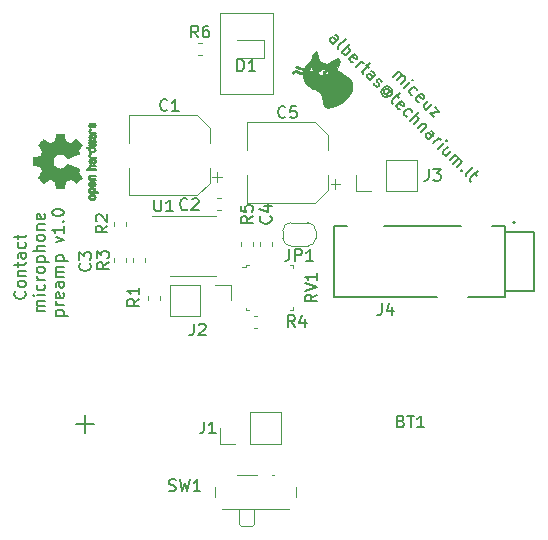
<source format=gbr>
G04 #@! TF.GenerationSoftware,KiCad,Pcbnew,6.0.0-unknown-120637b~86~ubuntu16.04.1*
G04 #@! TF.CreationDate,2019-08-06T10:20:09+03:00*
G04 #@! TF.ProjectId,contact-mic,636f6e74-6163-4742-9d6d-69632e6b6963,rev?*
G04 #@! TF.SameCoordinates,Original*
G04 #@! TF.FileFunction,Legend,Top*
G04 #@! TF.FilePolarity,Positive*
%FSLAX46Y46*%
G04 Gerber Fmt 4.6, Leading zero omitted, Abs format (unit mm)*
G04 Created by KiCad (PCBNEW 6.0.0-unknown-120637b~86~ubuntu16.04.1) date 2019-08-06 10:20:09*
%MOMM*%
%LPD*%
G04 APERTURE LIST*
%ADD10C,0.150000*%
%ADD11C,0.010000*%
%ADD12C,0.120000*%
%ADD13C,0.100000*%
%ADD14C,0.127000*%
%ADD15C,0.200000*%
G04 APERTURE END LIST*
D10*
X111665751Y-84367073D02*
X112137156Y-83895668D01*
X112069812Y-83963012D02*
X112137156Y-83963012D01*
X112238171Y-83996683D01*
X112339186Y-84097699D01*
X112372858Y-84198714D01*
X112339186Y-84299729D01*
X111968797Y-84670118D01*
X112339186Y-84299729D02*
X112440202Y-84266057D01*
X112541217Y-84299729D01*
X112642232Y-84400744D01*
X112675904Y-84501760D01*
X112642232Y-84602775D01*
X112271843Y-84973164D01*
X112608560Y-85309882D02*
X113079965Y-84838477D01*
X113315667Y-84602775D02*
X113248324Y-84602775D01*
X113248324Y-84670118D01*
X113315667Y-84670118D01*
X113315667Y-84602775D01*
X113248324Y-84670118D01*
X113281995Y-85915973D02*
X113180980Y-85882301D01*
X113046293Y-85747614D01*
X113012621Y-85646599D01*
X113012621Y-85579256D01*
X113046293Y-85478240D01*
X113248324Y-85276210D01*
X113349339Y-85242538D01*
X113416682Y-85242538D01*
X113517698Y-85276210D01*
X113652385Y-85410897D01*
X113686056Y-85511912D01*
X113854415Y-86488393D02*
X113753400Y-86454721D01*
X113618713Y-86320034D01*
X113585041Y-86219019D01*
X113618713Y-86118004D01*
X113888087Y-85848630D01*
X113989102Y-85814958D01*
X114090117Y-85848630D01*
X114224804Y-85983317D01*
X114258476Y-86084332D01*
X114224804Y-86185347D01*
X114157461Y-86252691D01*
X113753400Y-85983317D01*
X114931911Y-86690423D02*
X114460507Y-87161828D01*
X114628865Y-86387378D02*
X114258476Y-86757767D01*
X114224804Y-86858782D01*
X114258476Y-86959797D01*
X114359491Y-87060813D01*
X114460507Y-87094484D01*
X114527850Y-87094484D01*
X115201285Y-86959797D02*
X115571674Y-87330187D01*
X114729881Y-87431202D01*
X115100270Y-87801591D01*
X106570878Y-81549084D02*
X106941268Y-81178694D01*
X106974940Y-81077679D01*
X106941268Y-80976664D01*
X106806581Y-80841977D01*
X106705565Y-80808305D01*
X106604550Y-81515412D02*
X106503535Y-81481740D01*
X106335176Y-81313382D01*
X106301504Y-81212366D01*
X106335176Y-81111351D01*
X106402520Y-81044007D01*
X106503535Y-81010336D01*
X106604550Y-81044007D01*
X106772909Y-81212366D01*
X106873924Y-81246038D01*
X107008611Y-81986817D02*
X106974940Y-81885801D01*
X107008611Y-81784786D01*
X107614703Y-81178694D01*
X107277985Y-82256191D02*
X107985092Y-81549084D01*
X107715718Y-81818458D02*
X107816733Y-81852130D01*
X107951420Y-81986817D01*
X107985092Y-82087832D01*
X107985092Y-82155175D01*
X107951420Y-82256191D01*
X107749390Y-82458221D01*
X107648375Y-82491893D01*
X107581031Y-82491893D01*
X107480016Y-82458221D01*
X107345329Y-82323534D01*
X107311657Y-82222519D01*
X108220794Y-83131656D02*
X108119779Y-83097984D01*
X107985092Y-82963297D01*
X107951420Y-82862282D01*
X107985092Y-82761267D01*
X108254466Y-82491893D01*
X108355481Y-82458221D01*
X108456497Y-82491893D01*
X108591184Y-82626580D01*
X108624855Y-82727595D01*
X108591184Y-82828610D01*
X108523840Y-82895954D01*
X108119779Y-82626580D01*
X108523840Y-83502045D02*
X108995245Y-83030641D01*
X108860558Y-83165328D02*
X108961573Y-83131656D01*
X109028916Y-83131656D01*
X109129932Y-83165328D01*
X109197275Y-83232671D01*
X109331962Y-83367358D02*
X109601336Y-83636732D01*
X109668680Y-83232671D02*
X109062588Y-83838763D01*
X109028916Y-83939778D01*
X109062588Y-84040793D01*
X109129932Y-84108137D01*
X109668680Y-84646885D02*
X110039069Y-84276496D01*
X110072741Y-84175480D01*
X110039069Y-84074465D01*
X109904382Y-83939778D01*
X109803367Y-83906106D01*
X109702351Y-84613213D02*
X109601336Y-84579541D01*
X109432977Y-84411183D01*
X109399306Y-84310167D01*
X109432977Y-84209152D01*
X109500321Y-84141809D01*
X109601336Y-84108137D01*
X109702351Y-84141809D01*
X109870710Y-84310167D01*
X109971725Y-84343839D01*
X110005397Y-84916259D02*
X110039069Y-85017274D01*
X110173756Y-85151961D01*
X110274771Y-85185633D01*
X110375786Y-85151961D01*
X110409458Y-85118289D01*
X110443130Y-85017274D01*
X110409458Y-84916259D01*
X110308443Y-84815244D01*
X110274771Y-84714228D01*
X110308443Y-84613213D01*
X110342115Y-84579541D01*
X110443130Y-84545870D01*
X110544145Y-84579541D01*
X110645160Y-84680557D01*
X110678832Y-84781572D01*
X111352267Y-85657037D02*
X111352267Y-85589694D01*
X111318595Y-85488679D01*
X111251252Y-85421335D01*
X111150237Y-85387663D01*
X111082893Y-85387663D01*
X110981878Y-85421335D01*
X110914534Y-85488679D01*
X110880863Y-85589694D01*
X110880863Y-85657037D01*
X110914534Y-85758053D01*
X110981878Y-85825396D01*
X111082893Y-85859068D01*
X111150237Y-85859068D01*
X111419611Y-85589694D02*
X111150237Y-85859068D01*
X111150237Y-85926411D01*
X111183908Y-85960083D01*
X111284924Y-85993755D01*
X111385939Y-85960083D01*
X111554298Y-85791724D01*
X111587969Y-85623366D01*
X111554298Y-85455007D01*
X111453282Y-85286648D01*
X111284924Y-85185633D01*
X111116565Y-85151961D01*
X110948206Y-85185633D01*
X110779847Y-85286648D01*
X110678832Y-85455007D01*
X110645160Y-85623366D01*
X110678832Y-85791724D01*
X110779847Y-85960083D01*
X110948206Y-86061098D01*
X111116565Y-86094770D01*
X111857343Y-85892740D02*
X112126717Y-86162114D01*
X112194061Y-85758053D02*
X111587969Y-86364144D01*
X111554298Y-86465159D01*
X111587969Y-86566175D01*
X111655313Y-86633518D01*
X112194061Y-87104923D02*
X112093046Y-87071251D01*
X111958359Y-86936564D01*
X111924687Y-86835549D01*
X111958359Y-86734533D01*
X112227733Y-86465159D01*
X112328748Y-86431488D01*
X112429763Y-86465159D01*
X112564450Y-86599846D01*
X112598122Y-86700862D01*
X112564450Y-86801877D01*
X112497107Y-86869220D01*
X112093046Y-86599846D01*
X112833824Y-87744686D02*
X112732809Y-87711014D01*
X112598122Y-87576327D01*
X112564450Y-87475312D01*
X112564450Y-87407969D01*
X112598122Y-87306953D01*
X112800153Y-87104923D01*
X112901168Y-87071251D01*
X112968511Y-87071251D01*
X113069527Y-87104923D01*
X113204214Y-87239610D01*
X113237885Y-87340625D01*
X113103198Y-88081404D02*
X113810305Y-87374297D01*
X113406244Y-88384449D02*
X113776633Y-88014060D01*
X113810305Y-87913045D01*
X113776633Y-87812030D01*
X113675618Y-87711014D01*
X113574603Y-87677343D01*
X113507259Y-87677343D01*
X114214366Y-88249762D02*
X113742962Y-88721167D01*
X114147023Y-88317106D02*
X114214366Y-88317106D01*
X114315381Y-88350778D01*
X114416397Y-88451793D01*
X114450068Y-88552808D01*
X114416397Y-88653823D01*
X114046007Y-89024213D01*
X114685771Y-89663976D02*
X115056160Y-89293587D01*
X115089832Y-89192571D01*
X115056160Y-89091556D01*
X114921473Y-88956869D01*
X114820458Y-88923197D01*
X114719442Y-89630304D02*
X114618427Y-89596632D01*
X114450068Y-89428274D01*
X114416397Y-89327258D01*
X114450068Y-89226243D01*
X114517412Y-89158900D01*
X114618427Y-89125228D01*
X114719442Y-89158900D01*
X114887801Y-89327258D01*
X114988816Y-89360930D01*
X115022488Y-90000693D02*
X115493893Y-89529289D01*
X115359206Y-89663976D02*
X115460221Y-89630304D01*
X115527564Y-89630304D01*
X115628580Y-89663976D01*
X115695923Y-89731319D01*
X115460221Y-90438426D02*
X115931625Y-89967022D01*
X116167328Y-89731319D02*
X116099984Y-89731319D01*
X116099984Y-89798663D01*
X116167328Y-89798663D01*
X116167328Y-89731319D01*
X116099984Y-89798663D01*
X116571389Y-90606785D02*
X116099984Y-91078189D01*
X116268343Y-90303739D02*
X115897954Y-90674128D01*
X115864282Y-90775144D01*
X115897954Y-90876159D01*
X115998969Y-90977174D01*
X116099984Y-91010846D01*
X116167328Y-91010846D01*
X116436702Y-91414907D02*
X116908106Y-90943502D01*
X116840763Y-91010846D02*
X116908106Y-91010846D01*
X117009121Y-91044518D01*
X117110137Y-91145533D01*
X117143808Y-91246548D01*
X117110137Y-91347563D01*
X116739747Y-91717953D01*
X117110137Y-91347563D02*
X117211152Y-91313892D01*
X117312167Y-91347563D01*
X117413182Y-91448579D01*
X117446854Y-91549594D01*
X117413182Y-91650609D01*
X117042793Y-92020998D01*
X117446854Y-92290372D02*
X117446854Y-92357716D01*
X117379511Y-92357716D01*
X117379511Y-92290372D01*
X117446854Y-92290372D01*
X117379511Y-92357716D01*
X117817243Y-92795449D02*
X117783572Y-92694434D01*
X117817243Y-92593418D01*
X118423335Y-91987327D01*
X118457007Y-92492403D02*
X118726381Y-92761777D01*
X118793724Y-92357716D02*
X118187633Y-92963808D01*
X118153961Y-93064823D01*
X118187633Y-93165838D01*
X118254976Y-93233182D01*
X80447142Y-102528571D02*
X80494761Y-102576190D01*
X80542380Y-102719047D01*
X80542380Y-102814285D01*
X80494761Y-102957142D01*
X80399523Y-103052380D01*
X80304285Y-103100000D01*
X80113809Y-103147619D01*
X79970952Y-103147619D01*
X79780476Y-103100000D01*
X79685238Y-103052380D01*
X79590000Y-102957142D01*
X79542380Y-102814285D01*
X79542380Y-102719047D01*
X79590000Y-102576190D01*
X79637619Y-102528571D01*
X80542380Y-101957142D02*
X80494761Y-102052380D01*
X80447142Y-102100000D01*
X80351904Y-102147619D01*
X80066190Y-102147619D01*
X79970952Y-102100000D01*
X79923333Y-102052380D01*
X79875714Y-101957142D01*
X79875714Y-101814285D01*
X79923333Y-101719047D01*
X79970952Y-101671428D01*
X80066190Y-101623809D01*
X80351904Y-101623809D01*
X80447142Y-101671428D01*
X80494761Y-101719047D01*
X80542380Y-101814285D01*
X80542380Y-101957142D01*
X79875714Y-101195238D02*
X80542380Y-101195238D01*
X79970952Y-101195238D02*
X79923333Y-101147619D01*
X79875714Y-101052380D01*
X79875714Y-100909523D01*
X79923333Y-100814285D01*
X80018571Y-100766666D01*
X80542380Y-100766666D01*
X79875714Y-100433333D02*
X79875714Y-100052380D01*
X79542380Y-100290476D02*
X80399523Y-100290476D01*
X80494761Y-100242857D01*
X80542380Y-100147619D01*
X80542380Y-100052380D01*
X80542380Y-99290476D02*
X80018571Y-99290476D01*
X79923333Y-99338095D01*
X79875714Y-99433333D01*
X79875714Y-99623809D01*
X79923333Y-99719047D01*
X80494761Y-99290476D02*
X80542380Y-99385714D01*
X80542380Y-99623809D01*
X80494761Y-99719047D01*
X80399523Y-99766666D01*
X80304285Y-99766666D01*
X80209047Y-99719047D01*
X80161428Y-99623809D01*
X80161428Y-99385714D01*
X80113809Y-99290476D01*
X80494761Y-98385714D02*
X80542380Y-98480952D01*
X80542380Y-98671428D01*
X80494761Y-98766666D01*
X80447142Y-98814285D01*
X80351904Y-98861904D01*
X80066190Y-98861904D01*
X79970952Y-98814285D01*
X79923333Y-98766666D01*
X79875714Y-98671428D01*
X79875714Y-98480952D01*
X79923333Y-98385714D01*
X79875714Y-98100000D02*
X79875714Y-97719047D01*
X79542380Y-97957142D02*
X80399523Y-97957142D01*
X80494761Y-97909523D01*
X80542380Y-97814285D01*
X80542380Y-97719047D01*
X82152380Y-104195238D02*
X81485714Y-104195238D01*
X81580952Y-104195238D02*
X81533333Y-104147619D01*
X81485714Y-104052380D01*
X81485714Y-103909523D01*
X81533333Y-103814285D01*
X81628571Y-103766666D01*
X82152380Y-103766666D01*
X81628571Y-103766666D02*
X81533333Y-103719047D01*
X81485714Y-103623809D01*
X81485714Y-103480952D01*
X81533333Y-103385714D01*
X81628571Y-103338095D01*
X82152380Y-103338095D01*
X82152380Y-102861904D02*
X81485714Y-102861904D01*
X81152380Y-102861904D02*
X81200000Y-102909523D01*
X81247619Y-102861904D01*
X81200000Y-102814285D01*
X81152380Y-102861904D01*
X81247619Y-102861904D01*
X82104761Y-101957142D02*
X82152380Y-102052380D01*
X82152380Y-102242857D01*
X82104761Y-102338095D01*
X82057142Y-102385714D01*
X81961904Y-102433333D01*
X81676190Y-102433333D01*
X81580952Y-102385714D01*
X81533333Y-102338095D01*
X81485714Y-102242857D01*
X81485714Y-102052380D01*
X81533333Y-101957142D01*
X82152380Y-101528571D02*
X81485714Y-101528571D01*
X81676190Y-101528571D02*
X81580952Y-101480952D01*
X81533333Y-101433333D01*
X81485714Y-101338095D01*
X81485714Y-101242857D01*
X82152380Y-100766666D02*
X82104761Y-100861904D01*
X82057142Y-100909523D01*
X81961904Y-100957142D01*
X81676190Y-100957142D01*
X81580952Y-100909523D01*
X81533333Y-100861904D01*
X81485714Y-100766666D01*
X81485714Y-100623809D01*
X81533333Y-100528571D01*
X81580952Y-100480952D01*
X81676190Y-100433333D01*
X81961904Y-100433333D01*
X82057142Y-100480952D01*
X82104761Y-100528571D01*
X82152380Y-100623809D01*
X82152380Y-100766666D01*
X81485714Y-100004761D02*
X82485714Y-100004761D01*
X81533333Y-100004761D02*
X81485714Y-99909523D01*
X81485714Y-99719047D01*
X81533333Y-99623809D01*
X81580952Y-99576190D01*
X81676190Y-99528571D01*
X81961904Y-99528571D01*
X82057142Y-99576190D01*
X82104761Y-99623809D01*
X82152380Y-99719047D01*
X82152380Y-99909523D01*
X82104761Y-100004761D01*
X82152380Y-99100000D02*
X81152380Y-99100000D01*
X82152380Y-98671428D02*
X81628571Y-98671428D01*
X81533333Y-98719047D01*
X81485714Y-98814285D01*
X81485714Y-98957142D01*
X81533333Y-99052380D01*
X81580952Y-99100000D01*
X82152380Y-98052380D02*
X82104761Y-98147619D01*
X82057142Y-98195238D01*
X81961904Y-98242857D01*
X81676190Y-98242857D01*
X81580952Y-98195238D01*
X81533333Y-98147619D01*
X81485714Y-98052380D01*
X81485714Y-97909523D01*
X81533333Y-97814285D01*
X81580952Y-97766666D01*
X81676190Y-97719047D01*
X81961904Y-97719047D01*
X82057142Y-97766666D01*
X82104761Y-97814285D01*
X82152380Y-97909523D01*
X82152380Y-98052380D01*
X81485714Y-97290476D02*
X82152380Y-97290476D01*
X81580952Y-97290476D02*
X81533333Y-97242857D01*
X81485714Y-97147619D01*
X81485714Y-97004761D01*
X81533333Y-96909523D01*
X81628571Y-96861904D01*
X82152380Y-96861904D01*
X82104761Y-96004761D02*
X82152380Y-96100000D01*
X82152380Y-96290476D01*
X82104761Y-96385714D01*
X82009523Y-96433333D01*
X81628571Y-96433333D01*
X81533333Y-96385714D01*
X81485714Y-96290476D01*
X81485714Y-96100000D01*
X81533333Y-96004761D01*
X81628571Y-95957142D01*
X81723809Y-95957142D01*
X81819047Y-96433333D01*
X83095714Y-104576190D02*
X84095714Y-104576190D01*
X83143333Y-104576190D02*
X83095714Y-104480952D01*
X83095714Y-104290476D01*
X83143333Y-104195238D01*
X83190952Y-104147619D01*
X83286190Y-104100000D01*
X83571904Y-104100000D01*
X83667142Y-104147619D01*
X83714761Y-104195238D01*
X83762380Y-104290476D01*
X83762380Y-104480952D01*
X83714761Y-104576190D01*
X83762380Y-103671428D02*
X83095714Y-103671428D01*
X83286190Y-103671428D02*
X83190952Y-103623809D01*
X83143333Y-103576190D01*
X83095714Y-103480952D01*
X83095714Y-103385714D01*
X83714761Y-102671428D02*
X83762380Y-102766666D01*
X83762380Y-102957142D01*
X83714761Y-103052380D01*
X83619523Y-103100000D01*
X83238571Y-103100000D01*
X83143333Y-103052380D01*
X83095714Y-102957142D01*
X83095714Y-102766666D01*
X83143333Y-102671428D01*
X83238571Y-102623809D01*
X83333809Y-102623809D01*
X83429047Y-103100000D01*
X83762380Y-101766666D02*
X83238571Y-101766666D01*
X83143333Y-101814285D01*
X83095714Y-101909523D01*
X83095714Y-102100000D01*
X83143333Y-102195238D01*
X83714761Y-101766666D02*
X83762380Y-101861904D01*
X83762380Y-102100000D01*
X83714761Y-102195238D01*
X83619523Y-102242857D01*
X83524285Y-102242857D01*
X83429047Y-102195238D01*
X83381428Y-102100000D01*
X83381428Y-101861904D01*
X83333809Y-101766666D01*
X83762380Y-101290476D02*
X83095714Y-101290476D01*
X83190952Y-101290476D02*
X83143333Y-101242857D01*
X83095714Y-101147619D01*
X83095714Y-101004761D01*
X83143333Y-100909523D01*
X83238571Y-100861904D01*
X83762380Y-100861904D01*
X83238571Y-100861904D02*
X83143333Y-100814285D01*
X83095714Y-100719047D01*
X83095714Y-100576190D01*
X83143333Y-100480952D01*
X83238571Y-100433333D01*
X83762380Y-100433333D01*
X83095714Y-99957142D02*
X84095714Y-99957142D01*
X83143333Y-99957142D02*
X83095714Y-99861904D01*
X83095714Y-99671428D01*
X83143333Y-99576190D01*
X83190952Y-99528571D01*
X83286190Y-99480952D01*
X83571904Y-99480952D01*
X83667142Y-99528571D01*
X83714761Y-99576190D01*
X83762380Y-99671428D01*
X83762380Y-99861904D01*
X83714761Y-99957142D01*
X83095714Y-98385714D02*
X83762380Y-98147619D01*
X83095714Y-97909523D01*
X83762380Y-97004761D02*
X83762380Y-97576190D01*
X83762380Y-97290476D02*
X82762380Y-97290476D01*
X82905238Y-97385714D01*
X83000476Y-97480952D01*
X83048095Y-97576190D01*
X83667142Y-96576190D02*
X83714761Y-96528571D01*
X83762380Y-96576190D01*
X83714761Y-96623809D01*
X83667142Y-96576190D01*
X83762380Y-96576190D01*
X82762380Y-95909523D02*
X82762380Y-95814285D01*
X82810000Y-95719047D01*
X82857619Y-95671428D01*
X82952857Y-95623809D01*
X83143333Y-95576190D01*
X83381428Y-95576190D01*
X83571904Y-95623809D01*
X83667142Y-95671428D01*
X83714761Y-95719047D01*
X83762380Y-95814285D01*
X83762380Y-95909523D01*
X83714761Y-96004761D01*
X83667142Y-96052380D01*
X83571904Y-96100000D01*
X83381428Y-96147619D01*
X83143333Y-96147619D01*
X82952857Y-96100000D01*
X82857619Y-96052380D01*
X82810000Y-96004761D01*
X82762380Y-95909523D01*
D11*
G36*
X81142348Y-91396090D02*
G01*
X81142778Y-91317546D01*
X81143942Y-91260702D01*
X81146207Y-91221895D01*
X81149940Y-91197462D01*
X81155506Y-91183738D01*
X81163273Y-91177060D01*
X81173605Y-91173764D01*
X81174943Y-91173444D01*
X81199079Y-91168438D01*
X81246701Y-91159171D01*
X81312741Y-91146608D01*
X81392128Y-91131713D01*
X81479796Y-91115449D01*
X81482875Y-91114881D01*
X81568789Y-91098590D01*
X81644696Y-91083348D01*
X81706045Y-91070139D01*
X81748282Y-91059946D01*
X81766855Y-91053752D01*
X81767184Y-91053457D01*
X81776253Y-91035212D01*
X81791367Y-90997595D01*
X81809262Y-90948729D01*
X81809358Y-90948457D01*
X81832493Y-90886907D01*
X81861965Y-90814343D01*
X81891597Y-90745943D01*
X81893062Y-90742706D01*
X81943626Y-90631298D01*
X81775160Y-90384601D01*
X81723803Y-90308923D01*
X81677889Y-90240369D01*
X81640030Y-90182912D01*
X81612837Y-90140524D01*
X81598921Y-90117175D01*
X81597889Y-90114958D01*
X81602484Y-90097990D01*
X81624655Y-90066299D01*
X81665447Y-90018648D01*
X81725905Y-89953802D01*
X81790227Y-89887603D01*
X81853612Y-89823786D01*
X81911451Y-89766671D01*
X81960175Y-89719695D01*
X81996210Y-89686297D01*
X82015984Y-89669915D01*
X82017002Y-89669306D01*
X82030572Y-89667495D01*
X82052733Y-89674317D01*
X82086478Y-89691460D01*
X82134800Y-89720607D01*
X82200692Y-89763445D01*
X82285517Y-89820552D01*
X82360177Y-89871234D01*
X82427140Y-89916539D01*
X82482516Y-89953850D01*
X82522420Y-89980548D01*
X82542962Y-89994015D01*
X82544356Y-89994863D01*
X82564038Y-89993219D01*
X82602293Y-89980755D01*
X82651889Y-89959952D01*
X82667728Y-89952538D01*
X82738290Y-89920186D01*
X82818353Y-89885672D01*
X82887629Y-89857635D01*
X82939045Y-89837432D01*
X82978119Y-89821385D01*
X82998541Y-89812112D01*
X83000114Y-89810959D01*
X83002721Y-89793904D01*
X83009863Y-89753702D01*
X83020523Y-89695698D01*
X83033685Y-89625237D01*
X83048333Y-89547665D01*
X83063449Y-89468328D01*
X83078018Y-89392569D01*
X83091022Y-89325736D01*
X83101445Y-89273172D01*
X83108270Y-89240224D01*
X83110199Y-89232143D01*
X83114962Y-89223795D01*
X83125718Y-89217494D01*
X83146098Y-89212955D01*
X83179734Y-89209896D01*
X83230255Y-89208033D01*
X83301292Y-89207082D01*
X83396476Y-89206760D01*
X83435492Y-89206743D01*
X83752799Y-89206743D01*
X83767839Y-89282943D01*
X83775995Y-89325337D01*
X83787899Y-89388600D01*
X83802116Y-89465038D01*
X83817210Y-89546957D01*
X83821355Y-89569600D01*
X83836053Y-89645194D01*
X83850505Y-89711047D01*
X83863375Y-89761634D01*
X83873322Y-89791426D01*
X83876287Y-89796388D01*
X83897283Y-89808574D01*
X83937967Y-89826047D01*
X83990322Y-89845423D01*
X84001600Y-89849266D01*
X84071523Y-89874661D01*
X84150418Y-89906183D01*
X84221266Y-89937031D01*
X84221595Y-89937183D01*
X84332733Y-89988553D01*
X84581253Y-89819601D01*
X84829772Y-89650648D01*
X85047058Y-89867571D01*
X85111726Y-89933181D01*
X85168733Y-89993021D01*
X85215033Y-90043733D01*
X85247584Y-90081954D01*
X85263343Y-90104325D01*
X85264343Y-90107534D01*
X85256469Y-90126374D01*
X85234578Y-90164820D01*
X85201267Y-90218670D01*
X85159131Y-90283724D01*
X85111943Y-90354060D01*
X85063810Y-90425445D01*
X85021928Y-90489092D01*
X84988871Y-90540959D01*
X84967218Y-90577005D01*
X84959543Y-90593133D01*
X84966037Y-90612811D01*
X84983150Y-90650125D01*
X85007326Y-90697379D01*
X85010013Y-90702388D01*
X85041927Y-90766023D01*
X85057579Y-90809659D01*
X85057745Y-90836798D01*
X85043204Y-90850943D01*
X85043000Y-90851025D01*
X85025779Y-90858095D01*
X84984899Y-90874958D01*
X84923525Y-90900305D01*
X84844819Y-90932829D01*
X84751947Y-90971222D01*
X84648072Y-91014178D01*
X84547502Y-91055778D01*
X84436516Y-91101496D01*
X84333703Y-91143474D01*
X84242215Y-91180452D01*
X84165201Y-91211173D01*
X84105815Y-91234378D01*
X84067209Y-91248810D01*
X84052800Y-91253257D01*
X84036272Y-91242104D01*
X84009930Y-91212931D01*
X83980887Y-91174029D01*
X83889039Y-91063243D01*
X83783759Y-90976649D01*
X83667266Y-90915284D01*
X83541776Y-90880185D01*
X83409507Y-90872392D01*
X83348457Y-90878057D01*
X83221795Y-90908922D01*
X83109941Y-90962080D01*
X83014001Y-91034233D01*
X82935076Y-91122083D01*
X82874270Y-91222335D01*
X82832687Y-91331690D01*
X82811428Y-91446853D01*
X82811599Y-91564525D01*
X82834301Y-91681410D01*
X82880638Y-91794211D01*
X82951713Y-91899631D01*
X82991911Y-91943632D01*
X83095129Y-92028021D01*
X83207925Y-92086778D01*
X83327010Y-92120296D01*
X83449095Y-92128965D01*
X83570893Y-92113177D01*
X83689116Y-92073322D01*
X83800475Y-92009793D01*
X83901684Y-91922979D01*
X83980887Y-91825971D01*
X84011162Y-91785563D01*
X84037219Y-91757018D01*
X84052825Y-91746743D01*
X84069843Y-91752123D01*
X84110500Y-91767425D01*
X84171642Y-91791388D01*
X84250119Y-91822756D01*
X84342780Y-91860268D01*
X84446472Y-91902667D01*
X84547526Y-91944337D01*
X84658607Y-91990310D01*
X84761541Y-92032893D01*
X84853165Y-92070779D01*
X84930316Y-92102660D01*
X84989831Y-92127229D01*
X85028544Y-92143180D01*
X85043000Y-92149090D01*
X85057685Y-92163052D01*
X85057642Y-92190060D01*
X85042099Y-92233587D01*
X85010284Y-92297110D01*
X85010013Y-92297612D01*
X84985323Y-92345440D01*
X84967338Y-92384103D01*
X84959614Y-92405905D01*
X84959543Y-92406867D01*
X84967378Y-92423279D01*
X84989165Y-92459513D01*
X85022328Y-92511526D01*
X85064291Y-92575275D01*
X85111943Y-92645940D01*
X85160191Y-92717884D01*
X85202151Y-92782726D01*
X85235227Y-92836265D01*
X85256821Y-92874303D01*
X85264343Y-92892467D01*
X85254457Y-92909192D01*
X85226826Y-92942820D01*
X85184495Y-92989990D01*
X85130505Y-93047342D01*
X85067899Y-93111516D01*
X85046983Y-93132503D01*
X84829623Y-93349501D01*
X84587220Y-93184332D01*
X84512781Y-93134136D01*
X84445972Y-93090081D01*
X84390665Y-93054638D01*
X84350729Y-93030281D01*
X84330036Y-93019478D01*
X84328563Y-93019162D01*
X84309058Y-93024857D01*
X84269822Y-93040174D01*
X84217430Y-93062463D01*
X84182355Y-93078107D01*
X84115201Y-93107359D01*
X84047358Y-93134906D01*
X83990034Y-93156263D01*
X83972572Y-93162065D01*
X83925938Y-93178548D01*
X83889905Y-93194660D01*
X83876287Y-93203510D01*
X83867952Y-93223040D01*
X83856137Y-93265666D01*
X83842181Y-93325855D01*
X83827422Y-93398078D01*
X83821355Y-93430400D01*
X83806273Y-93512478D01*
X83791669Y-93591205D01*
X83778980Y-93658891D01*
X83769642Y-93707840D01*
X83767839Y-93717057D01*
X83752799Y-93793257D01*
X83435492Y-93793257D01*
X83331154Y-93793086D01*
X83252213Y-93792384D01*
X83195038Y-93790866D01*
X83155999Y-93788251D01*
X83131465Y-93784254D01*
X83117805Y-93778591D01*
X83111389Y-93770980D01*
X83110199Y-93767857D01*
X83105980Y-93749022D01*
X83097562Y-93707412D01*
X83085961Y-93648370D01*
X83072195Y-93577243D01*
X83057280Y-93499375D01*
X83042232Y-93420113D01*
X83028069Y-93344802D01*
X83015806Y-93278787D01*
X83006461Y-93227413D01*
X83001050Y-93196025D01*
X83000114Y-93189041D01*
X82987596Y-93182715D01*
X82954246Y-93168710D01*
X82906377Y-93149645D01*
X82887629Y-93142366D01*
X82815195Y-93113004D01*
X82735170Y-93078429D01*
X82667728Y-93047463D01*
X82616159Y-93024677D01*
X82573785Y-93009518D01*
X82547834Y-93004458D01*
X82544356Y-93005264D01*
X82527936Y-93015959D01*
X82491417Y-93040380D01*
X82438687Y-93075905D01*
X82373635Y-93119913D01*
X82300151Y-93169783D01*
X82285645Y-93179644D01*
X82199704Y-93237508D01*
X82134261Y-93280044D01*
X82086304Y-93308946D01*
X82052820Y-93325910D01*
X82030795Y-93332633D01*
X82017217Y-93330810D01*
X82017131Y-93330764D01*
X81999297Y-93316414D01*
X81964817Y-93284677D01*
X81917268Y-93238990D01*
X81860222Y-93182796D01*
X81797255Y-93119532D01*
X81790227Y-93112398D01*
X81713020Y-93032670D01*
X81656330Y-92971143D01*
X81619110Y-92926579D01*
X81600315Y-92897743D01*
X81597889Y-92885042D01*
X81608471Y-92866506D01*
X81632916Y-92828039D01*
X81668612Y-92773614D01*
X81712947Y-92707202D01*
X81763311Y-92632775D01*
X81775160Y-92615399D01*
X81943626Y-92368703D01*
X81893062Y-92257294D01*
X81863595Y-92189543D01*
X81833959Y-92116817D01*
X81810330Y-92054297D01*
X81809358Y-92051543D01*
X81791457Y-92002640D01*
X81776320Y-91964943D01*
X81767210Y-91946575D01*
X81767184Y-91946544D01*
X81750717Y-91940715D01*
X81710219Y-91930808D01*
X81650242Y-91917805D01*
X81575340Y-91902691D01*
X81490064Y-91886448D01*
X81482875Y-91885119D01*
X81395014Y-91868825D01*
X81315260Y-91853867D01*
X81248681Y-91841209D01*
X81200347Y-91831814D01*
X81175325Y-91826646D01*
X81174943Y-91826556D01*
X81164299Y-91823411D01*
X81156262Y-91817296D01*
X81150467Y-91804547D01*
X81146547Y-91781500D01*
X81144135Y-91744491D01*
X81142865Y-91689856D01*
X81142371Y-91613933D01*
X81142286Y-91513056D01*
X81142286Y-91500000D01*
X81142348Y-91396090D01*
X81142348Y-91396090D01*
G37*
X81142348Y-91396090D02*
X81142778Y-91317546D01*
X81143942Y-91260702D01*
X81146207Y-91221895D01*
X81149940Y-91197462D01*
X81155506Y-91183738D01*
X81163273Y-91177060D01*
X81173605Y-91173764D01*
X81174943Y-91173444D01*
X81199079Y-91168438D01*
X81246701Y-91159171D01*
X81312741Y-91146608D01*
X81392128Y-91131713D01*
X81479796Y-91115449D01*
X81482875Y-91114881D01*
X81568789Y-91098590D01*
X81644696Y-91083348D01*
X81706045Y-91070139D01*
X81748282Y-91059946D01*
X81766855Y-91053752D01*
X81767184Y-91053457D01*
X81776253Y-91035212D01*
X81791367Y-90997595D01*
X81809262Y-90948729D01*
X81809358Y-90948457D01*
X81832493Y-90886907D01*
X81861965Y-90814343D01*
X81891597Y-90745943D01*
X81893062Y-90742706D01*
X81943626Y-90631298D01*
X81775160Y-90384601D01*
X81723803Y-90308923D01*
X81677889Y-90240369D01*
X81640030Y-90182912D01*
X81612837Y-90140524D01*
X81598921Y-90117175D01*
X81597889Y-90114958D01*
X81602484Y-90097990D01*
X81624655Y-90066299D01*
X81665447Y-90018648D01*
X81725905Y-89953802D01*
X81790227Y-89887603D01*
X81853612Y-89823786D01*
X81911451Y-89766671D01*
X81960175Y-89719695D01*
X81996210Y-89686297D01*
X82015984Y-89669915D01*
X82017002Y-89669306D01*
X82030572Y-89667495D01*
X82052733Y-89674317D01*
X82086478Y-89691460D01*
X82134800Y-89720607D01*
X82200692Y-89763445D01*
X82285517Y-89820552D01*
X82360177Y-89871234D01*
X82427140Y-89916539D01*
X82482516Y-89953850D01*
X82522420Y-89980548D01*
X82542962Y-89994015D01*
X82544356Y-89994863D01*
X82564038Y-89993219D01*
X82602293Y-89980755D01*
X82651889Y-89959952D01*
X82667728Y-89952538D01*
X82738290Y-89920186D01*
X82818353Y-89885672D01*
X82887629Y-89857635D01*
X82939045Y-89837432D01*
X82978119Y-89821385D01*
X82998541Y-89812112D01*
X83000114Y-89810959D01*
X83002721Y-89793904D01*
X83009863Y-89753702D01*
X83020523Y-89695698D01*
X83033685Y-89625237D01*
X83048333Y-89547665D01*
X83063449Y-89468328D01*
X83078018Y-89392569D01*
X83091022Y-89325736D01*
X83101445Y-89273172D01*
X83108270Y-89240224D01*
X83110199Y-89232143D01*
X83114962Y-89223795D01*
X83125718Y-89217494D01*
X83146098Y-89212955D01*
X83179734Y-89209896D01*
X83230255Y-89208033D01*
X83301292Y-89207082D01*
X83396476Y-89206760D01*
X83435492Y-89206743D01*
X83752799Y-89206743D01*
X83767839Y-89282943D01*
X83775995Y-89325337D01*
X83787899Y-89388600D01*
X83802116Y-89465038D01*
X83817210Y-89546957D01*
X83821355Y-89569600D01*
X83836053Y-89645194D01*
X83850505Y-89711047D01*
X83863375Y-89761634D01*
X83873322Y-89791426D01*
X83876287Y-89796388D01*
X83897283Y-89808574D01*
X83937967Y-89826047D01*
X83990322Y-89845423D01*
X84001600Y-89849266D01*
X84071523Y-89874661D01*
X84150418Y-89906183D01*
X84221266Y-89937031D01*
X84221595Y-89937183D01*
X84332733Y-89988553D01*
X84581253Y-89819601D01*
X84829772Y-89650648D01*
X85047058Y-89867571D01*
X85111726Y-89933181D01*
X85168733Y-89993021D01*
X85215033Y-90043733D01*
X85247584Y-90081954D01*
X85263343Y-90104325D01*
X85264343Y-90107534D01*
X85256469Y-90126374D01*
X85234578Y-90164820D01*
X85201267Y-90218670D01*
X85159131Y-90283724D01*
X85111943Y-90354060D01*
X85063810Y-90425445D01*
X85021928Y-90489092D01*
X84988871Y-90540959D01*
X84967218Y-90577005D01*
X84959543Y-90593133D01*
X84966037Y-90612811D01*
X84983150Y-90650125D01*
X85007326Y-90697379D01*
X85010013Y-90702388D01*
X85041927Y-90766023D01*
X85057579Y-90809659D01*
X85057745Y-90836798D01*
X85043204Y-90850943D01*
X85043000Y-90851025D01*
X85025779Y-90858095D01*
X84984899Y-90874958D01*
X84923525Y-90900305D01*
X84844819Y-90932829D01*
X84751947Y-90971222D01*
X84648072Y-91014178D01*
X84547502Y-91055778D01*
X84436516Y-91101496D01*
X84333703Y-91143474D01*
X84242215Y-91180452D01*
X84165201Y-91211173D01*
X84105815Y-91234378D01*
X84067209Y-91248810D01*
X84052800Y-91253257D01*
X84036272Y-91242104D01*
X84009930Y-91212931D01*
X83980887Y-91174029D01*
X83889039Y-91063243D01*
X83783759Y-90976649D01*
X83667266Y-90915284D01*
X83541776Y-90880185D01*
X83409507Y-90872392D01*
X83348457Y-90878057D01*
X83221795Y-90908922D01*
X83109941Y-90962080D01*
X83014001Y-91034233D01*
X82935076Y-91122083D01*
X82874270Y-91222335D01*
X82832687Y-91331690D01*
X82811428Y-91446853D01*
X82811599Y-91564525D01*
X82834301Y-91681410D01*
X82880638Y-91794211D01*
X82951713Y-91899631D01*
X82991911Y-91943632D01*
X83095129Y-92028021D01*
X83207925Y-92086778D01*
X83327010Y-92120296D01*
X83449095Y-92128965D01*
X83570893Y-92113177D01*
X83689116Y-92073322D01*
X83800475Y-92009793D01*
X83901684Y-91922979D01*
X83980887Y-91825971D01*
X84011162Y-91785563D01*
X84037219Y-91757018D01*
X84052825Y-91746743D01*
X84069843Y-91752123D01*
X84110500Y-91767425D01*
X84171642Y-91791388D01*
X84250119Y-91822756D01*
X84342780Y-91860268D01*
X84446472Y-91902667D01*
X84547526Y-91944337D01*
X84658607Y-91990310D01*
X84761541Y-92032893D01*
X84853165Y-92070779D01*
X84930316Y-92102660D01*
X84989831Y-92127229D01*
X85028544Y-92143180D01*
X85043000Y-92149090D01*
X85057685Y-92163052D01*
X85057642Y-92190060D01*
X85042099Y-92233587D01*
X85010284Y-92297110D01*
X85010013Y-92297612D01*
X84985323Y-92345440D01*
X84967338Y-92384103D01*
X84959614Y-92405905D01*
X84959543Y-92406867D01*
X84967378Y-92423279D01*
X84989165Y-92459513D01*
X85022328Y-92511526D01*
X85064291Y-92575275D01*
X85111943Y-92645940D01*
X85160191Y-92717884D01*
X85202151Y-92782726D01*
X85235227Y-92836265D01*
X85256821Y-92874303D01*
X85264343Y-92892467D01*
X85254457Y-92909192D01*
X85226826Y-92942820D01*
X85184495Y-92989990D01*
X85130505Y-93047342D01*
X85067899Y-93111516D01*
X85046983Y-93132503D01*
X84829623Y-93349501D01*
X84587220Y-93184332D01*
X84512781Y-93134136D01*
X84445972Y-93090081D01*
X84390665Y-93054638D01*
X84350729Y-93030281D01*
X84330036Y-93019478D01*
X84328563Y-93019162D01*
X84309058Y-93024857D01*
X84269822Y-93040174D01*
X84217430Y-93062463D01*
X84182355Y-93078107D01*
X84115201Y-93107359D01*
X84047358Y-93134906D01*
X83990034Y-93156263D01*
X83972572Y-93162065D01*
X83925938Y-93178548D01*
X83889905Y-93194660D01*
X83876287Y-93203510D01*
X83867952Y-93223040D01*
X83856137Y-93265666D01*
X83842181Y-93325855D01*
X83827422Y-93398078D01*
X83821355Y-93430400D01*
X83806273Y-93512478D01*
X83791669Y-93591205D01*
X83778980Y-93658891D01*
X83769642Y-93707840D01*
X83767839Y-93717057D01*
X83752799Y-93793257D01*
X83435492Y-93793257D01*
X83331154Y-93793086D01*
X83252213Y-93792384D01*
X83195038Y-93790866D01*
X83155999Y-93788251D01*
X83131465Y-93784254D01*
X83117805Y-93778591D01*
X83111389Y-93770980D01*
X83110199Y-93767857D01*
X83105980Y-93749022D01*
X83097562Y-93707412D01*
X83085961Y-93648370D01*
X83072195Y-93577243D01*
X83057280Y-93499375D01*
X83042232Y-93420113D01*
X83028069Y-93344802D01*
X83015806Y-93278787D01*
X83006461Y-93227413D01*
X83001050Y-93196025D01*
X83000114Y-93189041D01*
X82987596Y-93182715D01*
X82954246Y-93168710D01*
X82906377Y-93149645D01*
X82887629Y-93142366D01*
X82815195Y-93113004D01*
X82735170Y-93078429D01*
X82667728Y-93047463D01*
X82616159Y-93024677D01*
X82573785Y-93009518D01*
X82547834Y-93004458D01*
X82544356Y-93005264D01*
X82527936Y-93015959D01*
X82491417Y-93040380D01*
X82438687Y-93075905D01*
X82373635Y-93119913D01*
X82300151Y-93169783D01*
X82285645Y-93179644D01*
X82199704Y-93237508D01*
X82134261Y-93280044D01*
X82086304Y-93308946D01*
X82052820Y-93325910D01*
X82030795Y-93332633D01*
X82017217Y-93330810D01*
X82017131Y-93330764D01*
X81999297Y-93316414D01*
X81964817Y-93284677D01*
X81917268Y-93238990D01*
X81860222Y-93182796D01*
X81797255Y-93119532D01*
X81790227Y-93112398D01*
X81713020Y-93032670D01*
X81656330Y-92971143D01*
X81619110Y-92926579D01*
X81600315Y-92897743D01*
X81597889Y-92885042D01*
X81608471Y-92866506D01*
X81632916Y-92828039D01*
X81668612Y-92773614D01*
X81712947Y-92707202D01*
X81763311Y-92632775D01*
X81775160Y-92615399D01*
X81943626Y-92368703D01*
X81893062Y-92257294D01*
X81863595Y-92189543D01*
X81833959Y-92116817D01*
X81810330Y-92054297D01*
X81809358Y-92051543D01*
X81791457Y-92002640D01*
X81776320Y-91964943D01*
X81767210Y-91946575D01*
X81767184Y-91946544D01*
X81750717Y-91940715D01*
X81710219Y-91930808D01*
X81650242Y-91917805D01*
X81575340Y-91902691D01*
X81490064Y-91886448D01*
X81482875Y-91885119D01*
X81395014Y-91868825D01*
X81315260Y-91853867D01*
X81248681Y-91841209D01*
X81200347Y-91831814D01*
X81175325Y-91826646D01*
X81174943Y-91826556D01*
X81164299Y-91823411D01*
X81156262Y-91817296D01*
X81150467Y-91804547D01*
X81146547Y-91781500D01*
X81144135Y-91744491D01*
X81142865Y-91689856D01*
X81142371Y-91613933D01*
X81142286Y-91513056D01*
X81142286Y-91500000D01*
X81142348Y-91396090D01*
G36*
X85866966Y-88346405D02*
G01*
X85904497Y-88288979D01*
X85938096Y-88261281D01*
X85999064Y-88239338D01*
X86047308Y-88237595D01*
X86111816Y-88241543D01*
X86176934Y-88390314D01*
X86210202Y-88462651D01*
X86236964Y-88509916D01*
X86260144Y-88534493D01*
X86282667Y-88538763D01*
X86307455Y-88525111D01*
X86323886Y-88510057D01*
X86350235Y-88466254D01*
X86352081Y-88418611D01*
X86331546Y-88374855D01*
X86290752Y-88342711D01*
X86276347Y-88336962D01*
X86231356Y-88309424D01*
X86212182Y-88277742D01*
X86195779Y-88234286D01*
X86257966Y-88234286D01*
X86300283Y-88238128D01*
X86335969Y-88253177D01*
X86376943Y-88284720D01*
X86382267Y-88289408D01*
X86418720Y-88324494D01*
X86438283Y-88354653D01*
X86447283Y-88392385D01*
X86450230Y-88423665D01*
X86450965Y-88479615D01*
X86441660Y-88519445D01*
X86427846Y-88544292D01*
X86397467Y-88583344D01*
X86364613Y-88610375D01*
X86323294Y-88627483D01*
X86267521Y-88636762D01*
X86191305Y-88640307D01*
X86152622Y-88640590D01*
X86106247Y-88639628D01*
X86106247Y-88551993D01*
X86131126Y-88550977D01*
X86135200Y-88548444D01*
X86129665Y-88531726D01*
X86115017Y-88495751D01*
X86094190Y-88447669D01*
X86089714Y-88437614D01*
X86058814Y-88376848D01*
X86031657Y-88343368D01*
X86006220Y-88336010D01*
X85980481Y-88353609D01*
X85969109Y-88368144D01*
X85946364Y-88420590D01*
X85950122Y-88469678D01*
X85977884Y-88510773D01*
X86027152Y-88539242D01*
X86066257Y-88548369D01*
X86106247Y-88551993D01*
X86106247Y-88639628D01*
X86062249Y-88638715D01*
X85995384Y-88631804D01*
X85946695Y-88618116D01*
X85910849Y-88595904D01*
X85882513Y-88563426D01*
X85873355Y-88549267D01*
X85849507Y-88484947D01*
X85848006Y-88414527D01*
X85866966Y-88346405D01*
X85866966Y-88346405D01*
G37*
X85866966Y-88346405D02*
X85904497Y-88288979D01*
X85938096Y-88261281D01*
X85999064Y-88239338D01*
X86047308Y-88237595D01*
X86111816Y-88241543D01*
X86176934Y-88390314D01*
X86210202Y-88462651D01*
X86236964Y-88509916D01*
X86260144Y-88534493D01*
X86282667Y-88538763D01*
X86307455Y-88525111D01*
X86323886Y-88510057D01*
X86350235Y-88466254D01*
X86352081Y-88418611D01*
X86331546Y-88374855D01*
X86290752Y-88342711D01*
X86276347Y-88336962D01*
X86231356Y-88309424D01*
X86212182Y-88277742D01*
X86195779Y-88234286D01*
X86257966Y-88234286D01*
X86300283Y-88238128D01*
X86335969Y-88253177D01*
X86376943Y-88284720D01*
X86382267Y-88289408D01*
X86418720Y-88324494D01*
X86438283Y-88354653D01*
X86447283Y-88392385D01*
X86450230Y-88423665D01*
X86450965Y-88479615D01*
X86441660Y-88519445D01*
X86427846Y-88544292D01*
X86397467Y-88583344D01*
X86364613Y-88610375D01*
X86323294Y-88627483D01*
X86267521Y-88636762D01*
X86191305Y-88640307D01*
X86152622Y-88640590D01*
X86106247Y-88639628D01*
X86106247Y-88551993D01*
X86131126Y-88550977D01*
X86135200Y-88548444D01*
X86129665Y-88531726D01*
X86115017Y-88495751D01*
X86094190Y-88447669D01*
X86089714Y-88437614D01*
X86058814Y-88376848D01*
X86031657Y-88343368D01*
X86006220Y-88336010D01*
X85980481Y-88353609D01*
X85969109Y-88368144D01*
X85946364Y-88420590D01*
X85950122Y-88469678D01*
X85977884Y-88510773D01*
X86027152Y-88539242D01*
X86066257Y-88548369D01*
X86106247Y-88551993D01*
X86106247Y-88639628D01*
X86062249Y-88638715D01*
X85995384Y-88631804D01*
X85946695Y-88618116D01*
X85910849Y-88595904D01*
X85882513Y-88563426D01*
X85873355Y-88549267D01*
X85849507Y-88484947D01*
X85848006Y-88414527D01*
X85866966Y-88346405D01*
G36*
X85858752Y-88847400D02*
G01*
X85866334Y-88830052D01*
X85899128Y-88788644D01*
X85946547Y-88753235D01*
X85997151Y-88731336D01*
X86022098Y-88727771D01*
X86056927Y-88739721D01*
X86075357Y-88765933D01*
X86086516Y-88794036D01*
X86088572Y-88806905D01*
X86073649Y-88813171D01*
X86041175Y-88825544D01*
X86026502Y-88830972D01*
X85975744Y-88861410D01*
X85950427Y-88905480D01*
X85951206Y-88961990D01*
X85952203Y-88966175D01*
X85966507Y-88996345D01*
X85994393Y-89018524D01*
X86039287Y-89033673D01*
X86104615Y-89042750D01*
X86193804Y-89046714D01*
X86241261Y-89047086D01*
X86316071Y-89047270D01*
X86367069Y-89048478D01*
X86399471Y-89051691D01*
X86418495Y-89057891D01*
X86429356Y-89068060D01*
X86437272Y-89083181D01*
X86437670Y-89084054D01*
X86449981Y-89113172D01*
X86454514Y-89127597D01*
X86440809Y-89129814D01*
X86402925Y-89131711D01*
X86345715Y-89133153D01*
X86274027Y-89134002D01*
X86221565Y-89134171D01*
X86120047Y-89133308D01*
X86043032Y-89129930D01*
X85986023Y-89122858D01*
X85944526Y-89110912D01*
X85914043Y-89092910D01*
X85890080Y-89067673D01*
X85873355Y-89042753D01*
X85851097Y-88982829D01*
X85846076Y-88913089D01*
X85858752Y-88847400D01*
X85858752Y-88847400D01*
G37*
X85858752Y-88847400D02*
X85866334Y-88830052D01*
X85899128Y-88788644D01*
X85946547Y-88753235D01*
X85997151Y-88731336D01*
X86022098Y-88727771D01*
X86056927Y-88739721D01*
X86075357Y-88765933D01*
X86086516Y-88794036D01*
X86088572Y-88806905D01*
X86073649Y-88813171D01*
X86041175Y-88825544D01*
X86026502Y-88830972D01*
X85975744Y-88861410D01*
X85950427Y-88905480D01*
X85951206Y-88961990D01*
X85952203Y-88966175D01*
X85966507Y-88996345D01*
X85994393Y-89018524D01*
X86039287Y-89033673D01*
X86104615Y-89042750D01*
X86193804Y-89046714D01*
X86241261Y-89047086D01*
X86316071Y-89047270D01*
X86367069Y-89048478D01*
X86399471Y-89051691D01*
X86418495Y-89057891D01*
X86429356Y-89068060D01*
X86437272Y-89083181D01*
X86437670Y-89084054D01*
X86449981Y-89113172D01*
X86454514Y-89127597D01*
X86440809Y-89129814D01*
X86402925Y-89131711D01*
X86345715Y-89133153D01*
X86274027Y-89134002D01*
X86221565Y-89134171D01*
X86120047Y-89133308D01*
X86043032Y-89129930D01*
X85986023Y-89122858D01*
X85944526Y-89110912D01*
X85914043Y-89092910D01*
X85890080Y-89067673D01*
X85873355Y-89042753D01*
X85851097Y-88982829D01*
X85846076Y-88913089D01*
X85858752Y-88847400D01*
G36*
X85856335Y-89355124D02*
G01*
X85875344Y-89313333D01*
X85898378Y-89280531D01*
X85924133Y-89256497D01*
X85957358Y-89239903D01*
X86002800Y-89229423D01*
X86065207Y-89223729D01*
X86149327Y-89221493D01*
X86204721Y-89221257D01*
X86420826Y-89221257D01*
X86437670Y-89258226D01*
X86449981Y-89287344D01*
X86454514Y-89301769D01*
X86441025Y-89304528D01*
X86404653Y-89306718D01*
X86351542Y-89308058D01*
X86309372Y-89308343D01*
X86248447Y-89309566D01*
X86200115Y-89312864D01*
X86170518Y-89317679D01*
X86164229Y-89321504D01*
X86170652Y-89347217D01*
X86187125Y-89387582D01*
X86209458Y-89434321D01*
X86233457Y-89479155D01*
X86254930Y-89513807D01*
X86269685Y-89529998D01*
X86269845Y-89530062D01*
X86297152Y-89528670D01*
X86323219Y-89516182D01*
X86344392Y-89494257D01*
X86351474Y-89462257D01*
X86350649Y-89434908D01*
X86350042Y-89396174D01*
X86359116Y-89375842D01*
X86383092Y-89363631D01*
X86387613Y-89362091D01*
X86421806Y-89356797D01*
X86442568Y-89370953D01*
X86452462Y-89407852D01*
X86454292Y-89447711D01*
X86440727Y-89519438D01*
X86421355Y-89556568D01*
X86375845Y-89602424D01*
X86319983Y-89626744D01*
X86260957Y-89628927D01*
X86205953Y-89608371D01*
X86171486Y-89577451D01*
X86152189Y-89546580D01*
X86127759Y-89498058D01*
X86102985Y-89441515D01*
X86099199Y-89432090D01*
X86071791Y-89369981D01*
X86047634Y-89334178D01*
X86023619Y-89322663D01*
X85996635Y-89333420D01*
X85975543Y-89351886D01*
X85949572Y-89395531D01*
X85947624Y-89443554D01*
X85967637Y-89487594D01*
X86007551Y-89519291D01*
X86017848Y-89523451D01*
X86055724Y-89547673D01*
X86083842Y-89583035D01*
X86106917Y-89627657D01*
X86041485Y-89627657D01*
X86001506Y-89625031D01*
X85969997Y-89613770D01*
X85936378Y-89588801D01*
X85910484Y-89564831D01*
X85873817Y-89527559D01*
X85854121Y-89498599D01*
X85846220Y-89467495D01*
X85844914Y-89432287D01*
X85856335Y-89355124D01*
X85856335Y-89355124D01*
G37*
X85856335Y-89355124D02*
X85875344Y-89313333D01*
X85898378Y-89280531D01*
X85924133Y-89256497D01*
X85957358Y-89239903D01*
X86002800Y-89229423D01*
X86065207Y-89223729D01*
X86149327Y-89221493D01*
X86204721Y-89221257D01*
X86420826Y-89221257D01*
X86437670Y-89258226D01*
X86449981Y-89287344D01*
X86454514Y-89301769D01*
X86441025Y-89304528D01*
X86404653Y-89306718D01*
X86351542Y-89308058D01*
X86309372Y-89308343D01*
X86248447Y-89309566D01*
X86200115Y-89312864D01*
X86170518Y-89317679D01*
X86164229Y-89321504D01*
X86170652Y-89347217D01*
X86187125Y-89387582D01*
X86209458Y-89434321D01*
X86233457Y-89479155D01*
X86254930Y-89513807D01*
X86269685Y-89529998D01*
X86269845Y-89530062D01*
X86297152Y-89528670D01*
X86323219Y-89516182D01*
X86344392Y-89494257D01*
X86351474Y-89462257D01*
X86350649Y-89434908D01*
X86350042Y-89396174D01*
X86359116Y-89375842D01*
X86383092Y-89363631D01*
X86387613Y-89362091D01*
X86421806Y-89356797D01*
X86442568Y-89370953D01*
X86452462Y-89407852D01*
X86454292Y-89447711D01*
X86440727Y-89519438D01*
X86421355Y-89556568D01*
X86375845Y-89602424D01*
X86319983Y-89626744D01*
X86260957Y-89628927D01*
X86205953Y-89608371D01*
X86171486Y-89577451D01*
X86152189Y-89546580D01*
X86127759Y-89498058D01*
X86102985Y-89441515D01*
X86099199Y-89432090D01*
X86071791Y-89369981D01*
X86047634Y-89334178D01*
X86023619Y-89322663D01*
X85996635Y-89333420D01*
X85975543Y-89351886D01*
X85949572Y-89395531D01*
X85947624Y-89443554D01*
X85967637Y-89487594D01*
X86007551Y-89519291D01*
X86017848Y-89523451D01*
X86055724Y-89547673D01*
X86083842Y-89583035D01*
X86106917Y-89627657D01*
X86041485Y-89627657D01*
X86001506Y-89625031D01*
X85969997Y-89613770D01*
X85936378Y-89588801D01*
X85910484Y-89564831D01*
X85873817Y-89527559D01*
X85854121Y-89498599D01*
X85846220Y-89467495D01*
X85844914Y-89432287D01*
X85856335Y-89355124D01*
G36*
X85858663Y-89720167D02*
G01*
X85896850Y-89717952D01*
X85954886Y-89716216D01*
X86028180Y-89715101D01*
X86105055Y-89714743D01*
X86365196Y-89714743D01*
X86411127Y-89760674D01*
X86439429Y-89792325D01*
X86450893Y-89820110D01*
X86450168Y-89858085D01*
X86448321Y-89873160D01*
X86442948Y-89920274D01*
X86439869Y-89959244D01*
X86439585Y-89968743D01*
X86441445Y-90000767D01*
X86446114Y-90046568D01*
X86448321Y-90064326D01*
X86451735Y-90107943D01*
X86444320Y-90137255D01*
X86421427Y-90166320D01*
X86411127Y-90176812D01*
X86365196Y-90222743D01*
X85878602Y-90222743D01*
X85861758Y-90185774D01*
X85849282Y-90153941D01*
X85844914Y-90135317D01*
X85858718Y-90130542D01*
X85897286Y-90126079D01*
X85956356Y-90122225D01*
X86031663Y-90119278D01*
X86095286Y-90117857D01*
X86345657Y-90113886D01*
X86350556Y-90079241D01*
X86347131Y-90047732D01*
X86336041Y-90032292D01*
X86315308Y-90027977D01*
X86271145Y-90024292D01*
X86209146Y-90021531D01*
X86134909Y-90019988D01*
X86096706Y-90019765D01*
X85876783Y-90019543D01*
X85860849Y-89973834D01*
X85850015Y-89941482D01*
X85844962Y-89923885D01*
X85844914Y-89923377D01*
X85858648Y-89921612D01*
X85896730Y-89919671D01*
X85954482Y-89917718D01*
X86027227Y-89915916D01*
X86095286Y-89914657D01*
X86345657Y-89910686D01*
X86345657Y-89823600D01*
X86117240Y-89819604D01*
X85888822Y-89815608D01*
X85866868Y-89773153D01*
X85851793Y-89741808D01*
X85844951Y-89723256D01*
X85844914Y-89722721D01*
X85858663Y-89720167D01*
X85858663Y-89720167D01*
G37*
X85858663Y-89720167D02*
X85896850Y-89717952D01*
X85954886Y-89716216D01*
X86028180Y-89715101D01*
X86105055Y-89714743D01*
X86365196Y-89714743D01*
X86411127Y-89760674D01*
X86439429Y-89792325D01*
X86450893Y-89820110D01*
X86450168Y-89858085D01*
X86448321Y-89873160D01*
X86442948Y-89920274D01*
X86439869Y-89959244D01*
X86439585Y-89968743D01*
X86441445Y-90000767D01*
X86446114Y-90046568D01*
X86448321Y-90064326D01*
X86451735Y-90107943D01*
X86444320Y-90137255D01*
X86421427Y-90166320D01*
X86411127Y-90176812D01*
X86365196Y-90222743D01*
X85878602Y-90222743D01*
X85861758Y-90185774D01*
X85849282Y-90153941D01*
X85844914Y-90135317D01*
X85858718Y-90130542D01*
X85897286Y-90126079D01*
X85956356Y-90122225D01*
X86031663Y-90119278D01*
X86095286Y-90117857D01*
X86345657Y-90113886D01*
X86350556Y-90079241D01*
X86347131Y-90047732D01*
X86336041Y-90032292D01*
X86315308Y-90027977D01*
X86271145Y-90024292D01*
X86209146Y-90021531D01*
X86134909Y-90019988D01*
X86096706Y-90019765D01*
X85876783Y-90019543D01*
X85860849Y-89973834D01*
X85850015Y-89941482D01*
X85844962Y-89923885D01*
X85844914Y-89923377D01*
X85858648Y-89921612D01*
X85896730Y-89919671D01*
X85954482Y-89917718D01*
X86027227Y-89915916D01*
X86095286Y-89914657D01*
X86345657Y-89910686D01*
X86345657Y-89823600D01*
X86117240Y-89819604D01*
X85888822Y-89815608D01*
X85866868Y-89773153D01*
X85851793Y-89741808D01*
X85844951Y-89723256D01*
X85844914Y-89722721D01*
X85858663Y-89720167D01*
G36*
X85965358Y-90309883D02*
G01*
X86073837Y-90310067D01*
X86157287Y-90310781D01*
X86219704Y-90312325D01*
X86265085Y-90314999D01*
X86297429Y-90319106D01*
X86320733Y-90324945D01*
X86338995Y-90332818D01*
X86349418Y-90338779D01*
X86405945Y-90388145D01*
X86441377Y-90450736D01*
X86454090Y-90519987D01*
X86442463Y-90589332D01*
X86421568Y-90630625D01*
X86385422Y-90673975D01*
X86341276Y-90703519D01*
X86283462Y-90721345D01*
X86206313Y-90729537D01*
X86149714Y-90730698D01*
X86145647Y-90730542D01*
X86145647Y-90629143D01*
X86210550Y-90628524D01*
X86253514Y-90625686D01*
X86281622Y-90619160D01*
X86301953Y-90607477D01*
X86317288Y-90593517D01*
X86346890Y-90546635D01*
X86349419Y-90496299D01*
X86324705Y-90448724D01*
X86321356Y-90445021D01*
X86303935Y-90429217D01*
X86283209Y-90419307D01*
X86252362Y-90413942D01*
X86204577Y-90411772D01*
X86151748Y-90411429D01*
X86085381Y-90412173D01*
X86041106Y-90415252D01*
X86012009Y-90421939D01*
X85991173Y-90433504D01*
X85980107Y-90442987D01*
X85952198Y-90487040D01*
X85948843Y-90537776D01*
X85970159Y-90586204D01*
X85978073Y-90595550D01*
X85995647Y-90611460D01*
X86016587Y-90621390D01*
X86047782Y-90626722D01*
X86096122Y-90628837D01*
X86145647Y-90629143D01*
X86145647Y-90730542D01*
X86058568Y-90727190D01*
X85990086Y-90715274D01*
X85938600Y-90692865D01*
X85898443Y-90657876D01*
X85877861Y-90630625D01*
X85855625Y-90581093D01*
X85845304Y-90523684D01*
X85848067Y-90470318D01*
X85859212Y-90440457D01*
X85862383Y-90428739D01*
X85850557Y-90420963D01*
X85818866Y-90415535D01*
X85770593Y-90411429D01*
X85716829Y-90406933D01*
X85684482Y-90400687D01*
X85665985Y-90389324D01*
X85653770Y-90369472D01*
X85648362Y-90357000D01*
X85628601Y-90309829D01*
X85965358Y-90309883D01*
X85965358Y-90309883D01*
G37*
X85965358Y-90309883D02*
X86073837Y-90310067D01*
X86157287Y-90310781D01*
X86219704Y-90312325D01*
X86265085Y-90314999D01*
X86297429Y-90319106D01*
X86320733Y-90324945D01*
X86338995Y-90332818D01*
X86349418Y-90338779D01*
X86405945Y-90388145D01*
X86441377Y-90450736D01*
X86454090Y-90519987D01*
X86442463Y-90589332D01*
X86421568Y-90630625D01*
X86385422Y-90673975D01*
X86341276Y-90703519D01*
X86283462Y-90721345D01*
X86206313Y-90729537D01*
X86149714Y-90730698D01*
X86145647Y-90730542D01*
X86145647Y-90629143D01*
X86210550Y-90628524D01*
X86253514Y-90625686D01*
X86281622Y-90619160D01*
X86301953Y-90607477D01*
X86317288Y-90593517D01*
X86346890Y-90546635D01*
X86349419Y-90496299D01*
X86324705Y-90448724D01*
X86321356Y-90445021D01*
X86303935Y-90429217D01*
X86283209Y-90419307D01*
X86252362Y-90413942D01*
X86204577Y-90411772D01*
X86151748Y-90411429D01*
X86085381Y-90412173D01*
X86041106Y-90415252D01*
X86012009Y-90421939D01*
X85991173Y-90433504D01*
X85980107Y-90442987D01*
X85952198Y-90487040D01*
X85948843Y-90537776D01*
X85970159Y-90586204D01*
X85978073Y-90595550D01*
X85995647Y-90611460D01*
X86016587Y-90621390D01*
X86047782Y-90626722D01*
X86096122Y-90628837D01*
X86145647Y-90629143D01*
X86145647Y-90730542D01*
X86058568Y-90727190D01*
X85990086Y-90715274D01*
X85938600Y-90692865D01*
X85898443Y-90657876D01*
X85877861Y-90630625D01*
X85855625Y-90581093D01*
X85845304Y-90523684D01*
X85848067Y-90470318D01*
X85859212Y-90440457D01*
X85862383Y-90428739D01*
X85850557Y-90420963D01*
X85818866Y-90415535D01*
X85770593Y-90411429D01*
X85716829Y-90406933D01*
X85684482Y-90400687D01*
X85665985Y-90389324D01*
X85653770Y-90369472D01*
X85648362Y-90357000D01*
X85628601Y-90309829D01*
X85965358Y-90309883D01*
G36*
X85849755Y-90970074D02*
G01*
X85874084Y-90904142D01*
X85917117Y-90850727D01*
X85947409Y-90829836D01*
X86002994Y-90807061D01*
X86043186Y-90807534D01*
X86070217Y-90831438D01*
X86074813Y-90840283D01*
X86089144Y-90878470D01*
X86085472Y-90897972D01*
X86061407Y-90904578D01*
X86048114Y-90904914D01*
X85999210Y-90917008D01*
X85964999Y-90948529D01*
X85948476Y-90992341D01*
X85952634Y-91041305D01*
X85974227Y-91081106D01*
X85986544Y-91094550D01*
X86001487Y-91104079D01*
X86024075Y-91110515D01*
X86059328Y-91114683D01*
X86112266Y-91117403D01*
X86187907Y-91119498D01*
X86211857Y-91120040D01*
X86293790Y-91122019D01*
X86351455Y-91124269D01*
X86389608Y-91127643D01*
X86413004Y-91132994D01*
X86426398Y-91141176D01*
X86434545Y-91153041D01*
X86438144Y-91160638D01*
X86450452Y-91192898D01*
X86454514Y-91211889D01*
X86440948Y-91218164D01*
X86399934Y-91221994D01*
X86330999Y-91223400D01*
X86233669Y-91222402D01*
X86218657Y-91222092D01*
X86129859Y-91219899D01*
X86065019Y-91217307D01*
X86019067Y-91213618D01*
X85986935Y-91208136D01*
X85963553Y-91200165D01*
X85943852Y-91189007D01*
X85935410Y-91183170D01*
X85898057Y-91149704D01*
X85869003Y-91112273D01*
X85866467Y-91107691D01*
X85846443Y-91040574D01*
X85849755Y-90970074D01*
X85849755Y-90970074D01*
G37*
X85849755Y-90970074D02*
X85874084Y-90904142D01*
X85917117Y-90850727D01*
X85947409Y-90829836D01*
X86002994Y-90807061D01*
X86043186Y-90807534D01*
X86070217Y-90831438D01*
X86074813Y-90840283D01*
X86089144Y-90878470D01*
X86085472Y-90897972D01*
X86061407Y-90904578D01*
X86048114Y-90904914D01*
X85999210Y-90917008D01*
X85964999Y-90948529D01*
X85948476Y-90992341D01*
X85952634Y-91041305D01*
X85974227Y-91081106D01*
X85986544Y-91094550D01*
X86001487Y-91104079D01*
X86024075Y-91110515D01*
X86059328Y-91114683D01*
X86112266Y-91117403D01*
X86187907Y-91119498D01*
X86211857Y-91120040D01*
X86293790Y-91122019D01*
X86351455Y-91124269D01*
X86389608Y-91127643D01*
X86413004Y-91132994D01*
X86426398Y-91141176D01*
X86434545Y-91153041D01*
X86438144Y-91160638D01*
X86450452Y-91192898D01*
X86454514Y-91211889D01*
X86440948Y-91218164D01*
X86399934Y-91221994D01*
X86330999Y-91223400D01*
X86233669Y-91222402D01*
X86218657Y-91222092D01*
X86129859Y-91219899D01*
X86065019Y-91217307D01*
X86019067Y-91213618D01*
X85986935Y-91208136D01*
X85963553Y-91200165D01*
X85943852Y-91189007D01*
X85935410Y-91183170D01*
X85898057Y-91149704D01*
X85869003Y-91112273D01*
X85866467Y-91107691D01*
X85846443Y-91040574D01*
X85849755Y-90970074D01*
G36*
X85850968Y-91460256D02*
G01*
X85872087Y-91403384D01*
X85872493Y-91402733D01*
X85898380Y-91367560D01*
X85928633Y-91341593D01*
X85968058Y-91323330D01*
X86021462Y-91311268D01*
X86093651Y-91303904D01*
X86189432Y-91299736D01*
X86203078Y-91299371D01*
X86408842Y-91294124D01*
X86431678Y-91338284D01*
X86447110Y-91370237D01*
X86454423Y-91389530D01*
X86454514Y-91390422D01*
X86441022Y-91393761D01*
X86404626Y-91396413D01*
X86351452Y-91398044D01*
X86308393Y-91398400D01*
X86238641Y-91398408D01*
X86194837Y-91401597D01*
X86173944Y-91412712D01*
X86172925Y-91436499D01*
X86188741Y-91477704D01*
X86217815Y-91539914D01*
X86241963Y-91585659D01*
X86262913Y-91609187D01*
X86285747Y-91616104D01*
X86286877Y-91616114D01*
X86326212Y-91604701D01*
X86347462Y-91570908D01*
X86350539Y-91519191D01*
X86350006Y-91481939D01*
X86360735Y-91462297D01*
X86386505Y-91450048D01*
X86419337Y-91442998D01*
X86437966Y-91453158D01*
X86440632Y-91456983D01*
X86451340Y-91492999D01*
X86452856Y-91543434D01*
X86445759Y-91595374D01*
X86432788Y-91632178D01*
X86389585Y-91683062D01*
X86329446Y-91711986D01*
X86282462Y-91717714D01*
X86240082Y-91713343D01*
X86205488Y-91697525D01*
X86174763Y-91666203D01*
X86143990Y-91615322D01*
X86109252Y-91540824D01*
X86107288Y-91536286D01*
X86076287Y-91469179D01*
X86050862Y-91427768D01*
X86028014Y-91410019D01*
X86004745Y-91413893D01*
X85978056Y-91437357D01*
X85971914Y-91444373D01*
X85948100Y-91491370D01*
X85949103Y-91540067D01*
X85972451Y-91582478D01*
X86015675Y-91610616D01*
X86024160Y-91613231D01*
X86065308Y-91638692D01*
X86085128Y-91670999D01*
X86104770Y-91717714D01*
X86053950Y-91717714D01*
X85980082Y-91703504D01*
X85912327Y-91661325D01*
X85889661Y-91639376D01*
X85860569Y-91589483D01*
X85847400Y-91526033D01*
X85850968Y-91460256D01*
X85850968Y-91460256D01*
G37*
X85850968Y-91460256D02*
X85872087Y-91403384D01*
X85872493Y-91402733D01*
X85898380Y-91367560D01*
X85928633Y-91341593D01*
X85968058Y-91323330D01*
X86021462Y-91311268D01*
X86093651Y-91303904D01*
X86189432Y-91299736D01*
X86203078Y-91299371D01*
X86408842Y-91294124D01*
X86431678Y-91338284D01*
X86447110Y-91370237D01*
X86454423Y-91389530D01*
X86454514Y-91390422D01*
X86441022Y-91393761D01*
X86404626Y-91396413D01*
X86351452Y-91398044D01*
X86308393Y-91398400D01*
X86238641Y-91398408D01*
X86194837Y-91401597D01*
X86173944Y-91412712D01*
X86172925Y-91436499D01*
X86188741Y-91477704D01*
X86217815Y-91539914D01*
X86241963Y-91585659D01*
X86262913Y-91609187D01*
X86285747Y-91616104D01*
X86286877Y-91616114D01*
X86326212Y-91604701D01*
X86347462Y-91570908D01*
X86350539Y-91519191D01*
X86350006Y-91481939D01*
X86360735Y-91462297D01*
X86386505Y-91450048D01*
X86419337Y-91442998D01*
X86437966Y-91453158D01*
X86440632Y-91456983D01*
X86451340Y-91492999D01*
X86452856Y-91543434D01*
X86445759Y-91595374D01*
X86432788Y-91632178D01*
X86389585Y-91683062D01*
X86329446Y-91711986D01*
X86282462Y-91717714D01*
X86240082Y-91713343D01*
X86205488Y-91697525D01*
X86174763Y-91666203D01*
X86143990Y-91615322D01*
X86109252Y-91540824D01*
X86107288Y-91536286D01*
X86076287Y-91469179D01*
X86050862Y-91427768D01*
X86028014Y-91410019D01*
X86004745Y-91413893D01*
X85978056Y-91437357D01*
X85971914Y-91444373D01*
X85948100Y-91491370D01*
X85949103Y-91540067D01*
X85972451Y-91582478D01*
X86015675Y-91610616D01*
X86024160Y-91613231D01*
X86065308Y-91638692D01*
X86085128Y-91670999D01*
X86104770Y-91717714D01*
X86053950Y-91717714D01*
X85980082Y-91703504D01*
X85912327Y-91661325D01*
X85889661Y-91639376D01*
X85860569Y-91589483D01*
X85847400Y-91526033D01*
X85850968Y-91460256D01*
G36*
X85751289Y-92124114D02*
G01*
X85810613Y-92119861D01*
X85845572Y-92114975D01*
X85860820Y-92108205D01*
X85861015Y-92098298D01*
X85859195Y-92095086D01*
X85846015Y-92052356D01*
X85846785Y-91996773D01*
X85860333Y-91940263D01*
X85877861Y-91904918D01*
X85905861Y-91868679D01*
X85937549Y-91842187D01*
X85977813Y-91824001D01*
X86031543Y-91812678D01*
X86103626Y-91806778D01*
X86198951Y-91804857D01*
X86217237Y-91804823D01*
X86422646Y-91804800D01*
X86438580Y-91850509D01*
X86449420Y-91882973D01*
X86454468Y-91900785D01*
X86454514Y-91901309D01*
X86440828Y-91903063D01*
X86403076Y-91904556D01*
X86346224Y-91905674D01*
X86275234Y-91906303D01*
X86232073Y-91906400D01*
X86146973Y-91906602D01*
X86085981Y-91907642D01*
X86044177Y-91910169D01*
X86016642Y-91914836D01*
X85998456Y-91922293D01*
X85984698Y-91933189D01*
X85978073Y-91939993D01*
X85951375Y-91986728D01*
X85949375Y-92037728D01*
X85971955Y-92083999D01*
X85980107Y-92092556D01*
X85995436Y-92105107D01*
X86013618Y-92113812D01*
X86039909Y-92119369D01*
X86079562Y-92122474D01*
X86137832Y-92123824D01*
X86218173Y-92124114D01*
X86422646Y-92124114D01*
X86438580Y-92169823D01*
X86449420Y-92202287D01*
X86454468Y-92220099D01*
X86454514Y-92220623D01*
X86440623Y-92221963D01*
X86401439Y-92223172D01*
X86340700Y-92224199D01*
X86262141Y-92224998D01*
X86169498Y-92225519D01*
X86066509Y-92225714D01*
X85669342Y-92225714D01*
X85649444Y-92178543D01*
X85629547Y-92131371D01*
X85751289Y-92124114D01*
X85751289Y-92124114D01*
G37*
X85751289Y-92124114D02*
X85810613Y-92119861D01*
X85845572Y-92114975D01*
X85860820Y-92108205D01*
X85861015Y-92098298D01*
X85859195Y-92095086D01*
X85846015Y-92052356D01*
X85846785Y-91996773D01*
X85860333Y-91940263D01*
X85877861Y-91904918D01*
X85905861Y-91868679D01*
X85937549Y-91842187D01*
X85977813Y-91824001D01*
X86031543Y-91812678D01*
X86103626Y-91806778D01*
X86198951Y-91804857D01*
X86217237Y-91804823D01*
X86422646Y-91804800D01*
X86438580Y-91850509D01*
X86449420Y-91882973D01*
X86454468Y-91900785D01*
X86454514Y-91901309D01*
X86440828Y-91903063D01*
X86403076Y-91904556D01*
X86346224Y-91905674D01*
X86275234Y-91906303D01*
X86232073Y-91906400D01*
X86146973Y-91906602D01*
X86085981Y-91907642D01*
X86044177Y-91910169D01*
X86016642Y-91914836D01*
X85998456Y-91922293D01*
X85984698Y-91933189D01*
X85978073Y-91939993D01*
X85951375Y-91986728D01*
X85949375Y-92037728D01*
X85971955Y-92083999D01*
X85980107Y-92092556D01*
X85995436Y-92105107D01*
X86013618Y-92113812D01*
X86039909Y-92119369D01*
X86079562Y-92122474D01*
X86137832Y-92123824D01*
X86218173Y-92124114D01*
X86422646Y-92124114D01*
X86438580Y-92169823D01*
X86449420Y-92202287D01*
X86454468Y-92220099D01*
X86454514Y-92220623D01*
X86440623Y-92221963D01*
X86401439Y-92223172D01*
X86340700Y-92224199D01*
X86262141Y-92224998D01*
X86169498Y-92225519D01*
X86066509Y-92225714D01*
X85669342Y-92225714D01*
X85649444Y-92178543D01*
X85629547Y-92131371D01*
X85751289Y-92124114D01*
G36*
X85831239Y-93331697D02*
G01*
X85869735Y-93274473D01*
X85925335Y-93230251D01*
X85996086Y-93203833D01*
X86048162Y-93198490D01*
X86069893Y-93199097D01*
X86086531Y-93204178D01*
X86101437Y-93218145D01*
X86117973Y-93245411D01*
X86139498Y-93290388D01*
X86169374Y-93357489D01*
X86169524Y-93357829D01*
X86197813Y-93419593D01*
X86222933Y-93470241D01*
X86242179Y-93504596D01*
X86252848Y-93517482D01*
X86252934Y-93517486D01*
X86276166Y-93506128D01*
X86301774Y-93479569D01*
X86320221Y-93449077D01*
X86323886Y-93433630D01*
X86311212Y-93391485D01*
X86279471Y-93355192D01*
X86244572Y-93337483D01*
X86218845Y-93320448D01*
X86189546Y-93287078D01*
X86164235Y-93247851D01*
X86150471Y-93213244D01*
X86149714Y-93206007D01*
X86162160Y-93197861D01*
X86193972Y-93197370D01*
X86236866Y-93203357D01*
X86282558Y-93214643D01*
X86322761Y-93230050D01*
X86324322Y-93230829D01*
X86389062Y-93277196D01*
X86433097Y-93337289D01*
X86454711Y-93405535D01*
X86452185Y-93476362D01*
X86423804Y-93544196D01*
X86421808Y-93547212D01*
X86373448Y-93600573D01*
X86310352Y-93635660D01*
X86227387Y-93655078D01*
X86204078Y-93657684D01*
X86094055Y-93662299D01*
X86042748Y-93656767D01*
X86042748Y-93517486D01*
X86074753Y-93515676D01*
X86084093Y-93505778D01*
X86077105Y-93481102D01*
X86060587Y-93442205D01*
X86039881Y-93398725D01*
X86039333Y-93397644D01*
X86019949Y-93360791D01*
X86007013Y-93346000D01*
X85993451Y-93349647D01*
X85975632Y-93365005D01*
X85949845Y-93404077D01*
X85947950Y-93446154D01*
X85966717Y-93483897D01*
X86002915Y-93509966D01*
X86042748Y-93517486D01*
X86042748Y-93656767D01*
X86006027Y-93652806D01*
X85936212Y-93628450D01*
X85887302Y-93594544D01*
X85837878Y-93533347D01*
X85813359Y-93465937D01*
X85811797Y-93397120D01*
X85831239Y-93331697D01*
X85831239Y-93331697D01*
G37*
X85831239Y-93331697D02*
X85869735Y-93274473D01*
X85925335Y-93230251D01*
X85996086Y-93203833D01*
X86048162Y-93198490D01*
X86069893Y-93199097D01*
X86086531Y-93204178D01*
X86101437Y-93218145D01*
X86117973Y-93245411D01*
X86139498Y-93290388D01*
X86169374Y-93357489D01*
X86169524Y-93357829D01*
X86197813Y-93419593D01*
X86222933Y-93470241D01*
X86242179Y-93504596D01*
X86252848Y-93517482D01*
X86252934Y-93517486D01*
X86276166Y-93506128D01*
X86301774Y-93479569D01*
X86320221Y-93449077D01*
X86323886Y-93433630D01*
X86311212Y-93391485D01*
X86279471Y-93355192D01*
X86244572Y-93337483D01*
X86218845Y-93320448D01*
X86189546Y-93287078D01*
X86164235Y-93247851D01*
X86150471Y-93213244D01*
X86149714Y-93206007D01*
X86162160Y-93197861D01*
X86193972Y-93197370D01*
X86236866Y-93203357D01*
X86282558Y-93214643D01*
X86322761Y-93230050D01*
X86324322Y-93230829D01*
X86389062Y-93277196D01*
X86433097Y-93337289D01*
X86454711Y-93405535D01*
X86452185Y-93476362D01*
X86423804Y-93544196D01*
X86421808Y-93547212D01*
X86373448Y-93600573D01*
X86310352Y-93635660D01*
X86227387Y-93655078D01*
X86204078Y-93657684D01*
X86094055Y-93662299D01*
X86042748Y-93656767D01*
X86042748Y-93517486D01*
X86074753Y-93515676D01*
X86084093Y-93505778D01*
X86077105Y-93481102D01*
X86060587Y-93442205D01*
X86039881Y-93398725D01*
X86039333Y-93397644D01*
X86019949Y-93360791D01*
X86007013Y-93346000D01*
X85993451Y-93349647D01*
X85975632Y-93365005D01*
X85949845Y-93404077D01*
X85947950Y-93446154D01*
X85966717Y-93483897D01*
X86002915Y-93509966D01*
X86042748Y-93517486D01*
X86042748Y-93656767D01*
X86006027Y-93652806D01*
X85936212Y-93628450D01*
X85887302Y-93594544D01*
X85837878Y-93533347D01*
X85813359Y-93465937D01*
X85811797Y-93397120D01*
X85831239Y-93331697D01*
G36*
X85821962Y-94458885D02*
G01*
X85857733Y-94390855D01*
X85915301Y-94340649D01*
X85952312Y-94322815D01*
X86007882Y-94308937D01*
X86078096Y-94301833D01*
X86154727Y-94301160D01*
X86229552Y-94306573D01*
X86294342Y-94317730D01*
X86340873Y-94334286D01*
X86348887Y-94339374D01*
X86408707Y-94399645D01*
X86444535Y-94471231D01*
X86455020Y-94548908D01*
X86438810Y-94627452D01*
X86429092Y-94649311D01*
X86399143Y-94691878D01*
X86359433Y-94729237D01*
X86354397Y-94732768D01*
X86330124Y-94747119D01*
X86304178Y-94756606D01*
X86270022Y-94762210D01*
X86221119Y-94764914D01*
X86150935Y-94765701D01*
X86135200Y-94765714D01*
X86130192Y-94765678D01*
X86130192Y-94620571D01*
X86196430Y-94619727D01*
X86240386Y-94616404D01*
X86268779Y-94609417D01*
X86288325Y-94597584D01*
X86294857Y-94591543D01*
X86319680Y-94556814D01*
X86318548Y-94523097D01*
X86297016Y-94489005D01*
X86274029Y-94468671D01*
X86240478Y-94456629D01*
X86187569Y-94449866D01*
X86181399Y-94449402D01*
X86085513Y-94448248D01*
X86014299Y-94460312D01*
X85968194Y-94485430D01*
X85947635Y-94523440D01*
X85946514Y-94537008D01*
X85952152Y-94572636D01*
X85971686Y-94597006D01*
X86009042Y-94611907D01*
X86068150Y-94619125D01*
X86130192Y-94620571D01*
X86130192Y-94765678D01*
X86060413Y-94765174D01*
X86008159Y-94762904D01*
X85971949Y-94757932D01*
X85945299Y-94749287D01*
X85921722Y-94735995D01*
X85917338Y-94733057D01*
X85858249Y-94683687D01*
X85823947Y-94629891D01*
X85810331Y-94564398D01*
X85809665Y-94542158D01*
X85821962Y-94458885D01*
X85821962Y-94458885D01*
G37*
X85821962Y-94458885D02*
X85857733Y-94390855D01*
X85915301Y-94340649D01*
X85952312Y-94322815D01*
X86007882Y-94308937D01*
X86078096Y-94301833D01*
X86154727Y-94301160D01*
X86229552Y-94306573D01*
X86294342Y-94317730D01*
X86340873Y-94334286D01*
X86348887Y-94339374D01*
X86408707Y-94399645D01*
X86444535Y-94471231D01*
X86455020Y-94548908D01*
X86438810Y-94627452D01*
X86429092Y-94649311D01*
X86399143Y-94691878D01*
X86359433Y-94729237D01*
X86354397Y-94732768D01*
X86330124Y-94747119D01*
X86304178Y-94756606D01*
X86270022Y-94762210D01*
X86221119Y-94764914D01*
X86150935Y-94765701D01*
X86135200Y-94765714D01*
X86130192Y-94765678D01*
X86130192Y-94620571D01*
X86196430Y-94619727D01*
X86240386Y-94616404D01*
X86268779Y-94609417D01*
X86288325Y-94597584D01*
X86294857Y-94591543D01*
X86319680Y-94556814D01*
X86318548Y-94523097D01*
X86297016Y-94489005D01*
X86274029Y-94468671D01*
X86240478Y-94456629D01*
X86187569Y-94449866D01*
X86181399Y-94449402D01*
X86085513Y-94448248D01*
X86014299Y-94460312D01*
X85968194Y-94485430D01*
X85947635Y-94523440D01*
X85946514Y-94537008D01*
X85952152Y-94572636D01*
X85971686Y-94597006D01*
X86009042Y-94611907D01*
X86068150Y-94619125D01*
X86130192Y-94620571D01*
X86130192Y-94765678D01*
X86060413Y-94765174D01*
X86008159Y-94762904D01*
X85971949Y-94757932D01*
X85945299Y-94749287D01*
X85921722Y-94735995D01*
X85917338Y-94733057D01*
X85858249Y-94683687D01*
X85823947Y-94629891D01*
X85810331Y-94564398D01*
X85809665Y-94542158D01*
X85821962Y-94458885D01*
G36*
X85827780Y-92783907D02*
G01*
X85854723Y-92737328D01*
X85881466Y-92704943D01*
X85909484Y-92681258D01*
X85943748Y-92664941D01*
X85989227Y-92654661D01*
X86050892Y-92649086D01*
X86133711Y-92646884D01*
X86193246Y-92646629D01*
X86412391Y-92646629D01*
X86440044Y-92708314D01*
X86467697Y-92770000D01*
X86227670Y-92777257D01*
X86138028Y-92780256D01*
X86072962Y-92783402D01*
X86028026Y-92787299D01*
X85998770Y-92792553D01*
X85980748Y-92799769D01*
X85969511Y-92809550D01*
X85967079Y-92812688D01*
X85948083Y-92860239D01*
X85955600Y-92908303D01*
X85975543Y-92936914D01*
X85989675Y-92948553D01*
X86008220Y-92956609D01*
X86036334Y-92961729D01*
X86079173Y-92964559D01*
X86141895Y-92965744D01*
X86207261Y-92965943D01*
X86289268Y-92965982D01*
X86347316Y-92967386D01*
X86386465Y-92972086D01*
X86411780Y-92982013D01*
X86428323Y-92999097D01*
X86441156Y-93025268D01*
X86454491Y-93060225D01*
X86469007Y-93098404D01*
X86211389Y-93093859D01*
X86118519Y-93092029D01*
X86049889Y-93089888D01*
X86000711Y-93086819D01*
X85966198Y-93082206D01*
X85941562Y-93075432D01*
X85922016Y-93065881D01*
X85904770Y-93054366D01*
X85849680Y-92998810D01*
X85817822Y-92931020D01*
X85810191Y-92857287D01*
X85827780Y-92783907D01*
X85827780Y-92783907D01*
G37*
X85827780Y-92783907D02*
X85854723Y-92737328D01*
X85881466Y-92704943D01*
X85909484Y-92681258D01*
X85943748Y-92664941D01*
X85989227Y-92654661D01*
X86050892Y-92649086D01*
X86133711Y-92646884D01*
X86193246Y-92646629D01*
X86412391Y-92646629D01*
X86440044Y-92708314D01*
X86467697Y-92770000D01*
X86227670Y-92777257D01*
X86138028Y-92780256D01*
X86072962Y-92783402D01*
X86028026Y-92787299D01*
X85998770Y-92792553D01*
X85980748Y-92799769D01*
X85969511Y-92809550D01*
X85967079Y-92812688D01*
X85948083Y-92860239D01*
X85955600Y-92908303D01*
X85975543Y-92936914D01*
X85989675Y-92948553D01*
X86008220Y-92956609D01*
X86036334Y-92961729D01*
X86079173Y-92964559D01*
X86141895Y-92965744D01*
X86207261Y-92965943D01*
X86289268Y-92965982D01*
X86347316Y-92967386D01*
X86386465Y-92972086D01*
X86411780Y-92982013D01*
X86428323Y-92999097D01*
X86441156Y-93025268D01*
X86454491Y-93060225D01*
X86469007Y-93098404D01*
X86211389Y-93093859D01*
X86118519Y-93092029D01*
X86049889Y-93089888D01*
X86000711Y-93086819D01*
X85966198Y-93082206D01*
X85941562Y-93075432D01*
X85922016Y-93065881D01*
X85904770Y-93054366D01*
X85849680Y-92998810D01*
X85817822Y-92931020D01*
X85810191Y-92857287D01*
X85827780Y-92783907D01*
G36*
X85819918Y-93900256D02*
G01*
X85847568Y-93844799D01*
X85898480Y-93795852D01*
X85917338Y-93782371D01*
X85942015Y-93767686D01*
X85968816Y-93758158D01*
X86004587Y-93752707D01*
X86056169Y-93750253D01*
X86124267Y-93749714D01*
X86217588Y-93752148D01*
X86287657Y-93760606D01*
X86339931Y-93776826D01*
X86379869Y-93802546D01*
X86412929Y-93839503D01*
X86414886Y-93842218D01*
X86434908Y-93878640D01*
X86444815Y-93922498D01*
X86447257Y-93978276D01*
X86447257Y-94068952D01*
X86535283Y-94068990D01*
X86584308Y-94069834D01*
X86613065Y-94074976D01*
X86630311Y-94088413D01*
X86644808Y-94114142D01*
X86647769Y-94120321D01*
X86661648Y-94149236D01*
X86670414Y-94171624D01*
X86671171Y-94188271D01*
X86661023Y-94199964D01*
X86637073Y-94207490D01*
X86596426Y-94211634D01*
X86536186Y-94213185D01*
X86453455Y-94212929D01*
X86345339Y-94211651D01*
X86313000Y-94211252D01*
X86201524Y-94209815D01*
X86128603Y-94208528D01*
X86128603Y-94069029D01*
X86190499Y-94068245D01*
X86230997Y-94064760D01*
X86257708Y-94056876D01*
X86278244Y-94042895D01*
X86288260Y-94033403D01*
X86317567Y-93994596D01*
X86319952Y-93960237D01*
X86295750Y-93924784D01*
X86294857Y-93923886D01*
X86276153Y-93909461D01*
X86250732Y-93900687D01*
X86211584Y-93896261D01*
X86151697Y-93894882D01*
X86138430Y-93894857D01*
X86055901Y-93898188D01*
X85998691Y-93909031D01*
X85963766Y-93928660D01*
X85948094Y-93958350D01*
X85946514Y-93975509D01*
X85953926Y-94016234D01*
X85978330Y-94044168D01*
X86022980Y-94060983D01*
X86091130Y-94068350D01*
X86128603Y-94069029D01*
X86128603Y-94208528D01*
X86115245Y-94208292D01*
X86050333Y-94206323D01*
X86002958Y-94203550D01*
X85969290Y-94199612D01*
X85945498Y-94194151D01*
X85927753Y-94186808D01*
X85912224Y-94177223D01*
X85906381Y-94173113D01*
X85851185Y-94118595D01*
X85819890Y-94049664D01*
X85811165Y-93969928D01*
X85819918Y-93900256D01*
X85819918Y-93900256D01*
G37*
X85819918Y-93900256D02*
X85847568Y-93844799D01*
X85898480Y-93795852D01*
X85917338Y-93782371D01*
X85942015Y-93767686D01*
X85968816Y-93758158D01*
X86004587Y-93752707D01*
X86056169Y-93750253D01*
X86124267Y-93749714D01*
X86217588Y-93752148D01*
X86287657Y-93760606D01*
X86339931Y-93776826D01*
X86379869Y-93802546D01*
X86412929Y-93839503D01*
X86414886Y-93842218D01*
X86434908Y-93878640D01*
X86444815Y-93922498D01*
X86447257Y-93978276D01*
X86447257Y-94068952D01*
X86535283Y-94068990D01*
X86584308Y-94069834D01*
X86613065Y-94074976D01*
X86630311Y-94088413D01*
X86644808Y-94114142D01*
X86647769Y-94120321D01*
X86661648Y-94149236D01*
X86670414Y-94171624D01*
X86671171Y-94188271D01*
X86661023Y-94199964D01*
X86637073Y-94207490D01*
X86596426Y-94211634D01*
X86536186Y-94213185D01*
X86453455Y-94212929D01*
X86345339Y-94211651D01*
X86313000Y-94211252D01*
X86201524Y-94209815D01*
X86128603Y-94208528D01*
X86128603Y-94069029D01*
X86190499Y-94068245D01*
X86230997Y-94064760D01*
X86257708Y-94056876D01*
X86278244Y-94042895D01*
X86288260Y-94033403D01*
X86317567Y-93994596D01*
X86319952Y-93960237D01*
X86295750Y-93924784D01*
X86294857Y-93923886D01*
X86276153Y-93909461D01*
X86250732Y-93900687D01*
X86211584Y-93896261D01*
X86151697Y-93894882D01*
X86138430Y-93894857D01*
X86055901Y-93898188D01*
X85998691Y-93909031D01*
X85963766Y-93928660D01*
X85948094Y-93958350D01*
X85946514Y-93975509D01*
X85953926Y-94016234D01*
X85978330Y-94044168D01*
X86022980Y-94060983D01*
X86091130Y-94068350D01*
X86128603Y-94069029D01*
X86128603Y-94208528D01*
X86115245Y-94208292D01*
X86050333Y-94206323D01*
X86002958Y-94203550D01*
X85969290Y-94199612D01*
X85945498Y-94194151D01*
X85927753Y-94186808D01*
X85912224Y-94177223D01*
X85906381Y-94173113D01*
X85851185Y-94118595D01*
X85819890Y-94049664D01*
X85811165Y-93969928D01*
X85819918Y-93900256D01*
G36*
X107080687Y-82892627D02*
G01*
X107105299Y-82967803D01*
X107109447Y-83060733D01*
X107092549Y-83174594D01*
X107054022Y-83312557D01*
X106993281Y-83477797D01*
X106909744Y-83673487D01*
X106862640Y-83776457D01*
X106850591Y-83821853D01*
X106862156Y-83845085D01*
X107007450Y-83906015D01*
X107166554Y-83979747D01*
X107318181Y-84056188D01*
X107389863Y-84095270D01*
X107505048Y-84168684D01*
X107629962Y-84262279D01*
X107755285Y-84367786D01*
X107871696Y-84476935D01*
X107969878Y-84581458D01*
X108039722Y-84671883D01*
X108128176Y-84844207D01*
X108180495Y-85032279D01*
X108195759Y-85228349D01*
X108173048Y-85424668D01*
X108142257Y-85535177D01*
X108102209Y-85644480D01*
X108060666Y-85738465D01*
X108012538Y-85824433D01*
X107952734Y-85909682D01*
X107876166Y-86001513D01*
X107777746Y-86107229D01*
X107660951Y-86225588D01*
X107556810Y-86328723D01*
X107474823Y-86407531D01*
X107407692Y-86468096D01*
X107348120Y-86516500D01*
X107288807Y-86558826D01*
X107222457Y-86601158D01*
X107178331Y-86627835D01*
X106936522Y-86761056D01*
X106713396Y-86859848D01*
X106505083Y-86925599D01*
X106307711Y-86959705D01*
X106242718Y-86964325D01*
X106100961Y-86961835D01*
X105988198Y-86938173D01*
X105895286Y-86890536D01*
X105835214Y-86839489D01*
X105791751Y-86791201D01*
X105759380Y-86740505D01*
X105735189Y-86678708D01*
X105716266Y-86597119D01*
X105699699Y-86487045D01*
X105689913Y-86405770D01*
X105651211Y-86180468D01*
X105590270Y-85980890D01*
X105508867Y-85812381D01*
X105475894Y-85761766D01*
X105417979Y-85689549D01*
X105348588Y-85623805D01*
X105261739Y-85560579D01*
X105151447Y-85495921D01*
X105011730Y-85425881D01*
X104868223Y-85360426D01*
X104675849Y-85269215D01*
X104519697Y-85180128D01*
X104394267Y-85088131D01*
X104294055Y-84988189D01*
X104213560Y-84875268D01*
X104147280Y-84744333D01*
X104119557Y-84675360D01*
X104086455Y-84572943D01*
X104056854Y-84455442D01*
X104033525Y-84336817D01*
X104019240Y-84231027D01*
X104016507Y-84156240D01*
X104015398Y-84109009D01*
X104008815Y-84085129D01*
X103984386Y-84084015D01*
X103929572Y-84090928D01*
X103855240Y-84104416D01*
X103838788Y-84107818D01*
X103679650Y-84141396D01*
X103550785Y-84033209D01*
X103421920Y-83925023D01*
X103344205Y-83970674D01*
X103274663Y-84011549D01*
X103206031Y-84051930D01*
X103197781Y-84056789D01*
X103130962Y-84082511D01*
X103078547Y-84077204D01*
X103048099Y-84043485D01*
X103043980Y-84003571D01*
X103052803Y-83979827D01*
X103079047Y-83952313D01*
X103128949Y-83915965D01*
X103208741Y-83865723D01*
X103228334Y-83853863D01*
X103309679Y-83807775D01*
X103379216Y-83773809D01*
X103427774Y-83756190D01*
X103442788Y-83755147D01*
X103474797Y-83773220D01*
X103527709Y-83811486D01*
X103590731Y-83862082D01*
X103598124Y-83868324D01*
X103719561Y-83971394D01*
X103876922Y-83939363D01*
X103958520Y-83921253D01*
X104007164Y-83905236D01*
X104031764Y-83887086D01*
X104041226Y-83862573D01*
X104041437Y-83861265D01*
X104042822Y-83835153D01*
X104031608Y-83815265D01*
X103999487Y-83794282D01*
X103938149Y-83764890D01*
X103925362Y-83759051D01*
X103844926Y-83727706D01*
X103742163Y-83694948D01*
X103636419Y-83666820D01*
X103613097Y-83661507D01*
X103494377Y-83631361D01*
X103415989Y-83601089D01*
X103375954Y-83569261D01*
X103372292Y-83534445D01*
X103394270Y-83503430D01*
X103425633Y-83480657D01*
X103466569Y-83472920D01*
X103529261Y-83479182D01*
X103576132Y-83487956D01*
X103661606Y-83508756D01*
X103767406Y-83539518D01*
X103874505Y-83574600D01*
X103905130Y-83585520D01*
X103987455Y-83615458D01*
X104053121Y-83639109D01*
X104093202Y-83653268D01*
X104101226Y-83655872D01*
X104113083Y-83639154D01*
X104138525Y-83594815D01*
X104168173Y-83539749D01*
X104215009Y-83464592D01*
X104329835Y-83579418D01*
X104324631Y-83608695D01*
X104344335Y-83645963D01*
X104409694Y-83732056D01*
X104480696Y-83790335D01*
X104544166Y-83822753D01*
X104605943Y-83838698D01*
X104683024Y-83844775D01*
X104760206Y-83841405D01*
X104822283Y-83829006D01*
X104849475Y-83814342D01*
X104852241Y-83785597D01*
X104838943Y-83732211D01*
X104814124Y-83666524D01*
X104782327Y-83600875D01*
X104754332Y-83555864D01*
X104683878Y-83490121D01*
X104598339Y-83461354D01*
X104503549Y-83469736D01*
X104405344Y-83515443D01*
X104366333Y-83544282D01*
X104329835Y-83579418D01*
X104215009Y-83464592D01*
X104247851Y-83411890D01*
X104349761Y-83282934D01*
X104436272Y-83193617D01*
X105214856Y-83972200D01*
X105198249Y-83992690D01*
X105209807Y-84022848D01*
X105247744Y-84067236D01*
X105302595Y-84117565D01*
X105364893Y-84165547D01*
X105425172Y-84202890D01*
X105452461Y-84215309D01*
X105573922Y-84240166D01*
X105713603Y-84233519D01*
X105863335Y-84196963D01*
X106014952Y-84132098D01*
X106085908Y-84091433D01*
X106115587Y-84067762D01*
X106119291Y-84040584D01*
X106098141Y-83995024D01*
X106093736Y-83987175D01*
X106005736Y-83865717D01*
X105902298Y-83783054D01*
X105785528Y-83739451D01*
X105657526Y-83735175D01*
X105520396Y-83770490D01*
X105376241Y-83845662D01*
X105314683Y-83888749D01*
X105256876Y-83934536D01*
X105214856Y-83972200D01*
X104436272Y-83193617D01*
X104460945Y-83168144D01*
X104538733Y-83103371D01*
X104583261Y-83069376D01*
X104616352Y-83038255D01*
X104643590Y-83001171D01*
X104670566Y-82949283D01*
X104702864Y-82873753D01*
X104735812Y-82791568D01*
X104813085Y-82604314D01*
X104880863Y-82456160D01*
X104940391Y-82345255D01*
X104992917Y-82269752D01*
X105039691Y-82227803D01*
X105081959Y-82217559D01*
X105113987Y-82231410D01*
X105166622Y-82293086D01*
X105215448Y-82395019D01*
X105259852Y-82535252D01*
X105299213Y-82711831D01*
X105332918Y-82922797D01*
X105333587Y-82927784D01*
X105351445Y-83061264D01*
X105679289Y-83164875D01*
X105791459Y-83199864D01*
X105890239Y-83229805D01*
X105968248Y-83252531D01*
X106018108Y-83265873D01*
X106031900Y-83268487D01*
X106058399Y-83257803D01*
X106112897Y-83228630D01*
X106187730Y-83185282D01*
X106275233Y-83132077D01*
X106285286Y-83125818D01*
X106452430Y-83024585D01*
X106603975Y-82938900D01*
X106735145Y-82871244D01*
X106841160Y-82824102D01*
X106908796Y-82801806D01*
X106970337Y-82794817D01*
X107015398Y-82813496D01*
X107036195Y-82832032D01*
X107080687Y-82892627D01*
X107080687Y-82892627D01*
G37*
X107080687Y-82892627D02*
X107105299Y-82967803D01*
X107109447Y-83060733D01*
X107092549Y-83174594D01*
X107054022Y-83312557D01*
X106993281Y-83477797D01*
X106909744Y-83673487D01*
X106862640Y-83776457D01*
X106850591Y-83821853D01*
X106862156Y-83845085D01*
X107007450Y-83906015D01*
X107166554Y-83979747D01*
X107318181Y-84056188D01*
X107389863Y-84095270D01*
X107505048Y-84168684D01*
X107629962Y-84262279D01*
X107755285Y-84367786D01*
X107871696Y-84476935D01*
X107969878Y-84581458D01*
X108039722Y-84671883D01*
X108128176Y-84844207D01*
X108180495Y-85032279D01*
X108195759Y-85228349D01*
X108173048Y-85424668D01*
X108142257Y-85535177D01*
X108102209Y-85644480D01*
X108060666Y-85738465D01*
X108012538Y-85824433D01*
X107952734Y-85909682D01*
X107876166Y-86001513D01*
X107777746Y-86107229D01*
X107660951Y-86225588D01*
X107556810Y-86328723D01*
X107474823Y-86407531D01*
X107407692Y-86468096D01*
X107348120Y-86516500D01*
X107288807Y-86558826D01*
X107222457Y-86601158D01*
X107178331Y-86627835D01*
X106936522Y-86761056D01*
X106713396Y-86859848D01*
X106505083Y-86925599D01*
X106307711Y-86959705D01*
X106242718Y-86964325D01*
X106100961Y-86961835D01*
X105988198Y-86938173D01*
X105895286Y-86890536D01*
X105835214Y-86839489D01*
X105791751Y-86791201D01*
X105759380Y-86740505D01*
X105735189Y-86678708D01*
X105716266Y-86597119D01*
X105699699Y-86487045D01*
X105689913Y-86405770D01*
X105651211Y-86180468D01*
X105590270Y-85980890D01*
X105508867Y-85812381D01*
X105475894Y-85761766D01*
X105417979Y-85689549D01*
X105348588Y-85623805D01*
X105261739Y-85560579D01*
X105151447Y-85495921D01*
X105011730Y-85425881D01*
X104868223Y-85360426D01*
X104675849Y-85269215D01*
X104519697Y-85180128D01*
X104394267Y-85088131D01*
X104294055Y-84988189D01*
X104213560Y-84875268D01*
X104147280Y-84744333D01*
X104119557Y-84675360D01*
X104086455Y-84572943D01*
X104056854Y-84455442D01*
X104033525Y-84336817D01*
X104019240Y-84231027D01*
X104016507Y-84156240D01*
X104015398Y-84109009D01*
X104008815Y-84085129D01*
X103984386Y-84084015D01*
X103929572Y-84090928D01*
X103855240Y-84104416D01*
X103838788Y-84107818D01*
X103679650Y-84141396D01*
X103550785Y-84033209D01*
X103421920Y-83925023D01*
X103344205Y-83970674D01*
X103274663Y-84011549D01*
X103206031Y-84051930D01*
X103197781Y-84056789D01*
X103130962Y-84082511D01*
X103078547Y-84077204D01*
X103048099Y-84043485D01*
X103043980Y-84003571D01*
X103052803Y-83979827D01*
X103079047Y-83952313D01*
X103128949Y-83915965D01*
X103208741Y-83865723D01*
X103228334Y-83853863D01*
X103309679Y-83807775D01*
X103379216Y-83773809D01*
X103427774Y-83756190D01*
X103442788Y-83755147D01*
X103474797Y-83773220D01*
X103527709Y-83811486D01*
X103590731Y-83862082D01*
X103598124Y-83868324D01*
X103719561Y-83971394D01*
X103876922Y-83939363D01*
X103958520Y-83921253D01*
X104007164Y-83905236D01*
X104031764Y-83887086D01*
X104041226Y-83862573D01*
X104041437Y-83861265D01*
X104042822Y-83835153D01*
X104031608Y-83815265D01*
X103999487Y-83794282D01*
X103938149Y-83764890D01*
X103925362Y-83759051D01*
X103844926Y-83727706D01*
X103742163Y-83694948D01*
X103636419Y-83666820D01*
X103613097Y-83661507D01*
X103494377Y-83631361D01*
X103415989Y-83601089D01*
X103375954Y-83569261D01*
X103372292Y-83534445D01*
X103394270Y-83503430D01*
X103425633Y-83480657D01*
X103466569Y-83472920D01*
X103529261Y-83479182D01*
X103576132Y-83487956D01*
X103661606Y-83508756D01*
X103767406Y-83539518D01*
X103874505Y-83574600D01*
X103905130Y-83585520D01*
X103987455Y-83615458D01*
X104053121Y-83639109D01*
X104093202Y-83653268D01*
X104101226Y-83655872D01*
X104113083Y-83639154D01*
X104138525Y-83594815D01*
X104168173Y-83539749D01*
X104215009Y-83464592D01*
X104329835Y-83579418D01*
X104324631Y-83608695D01*
X104344335Y-83645963D01*
X104409694Y-83732056D01*
X104480696Y-83790335D01*
X104544166Y-83822753D01*
X104605943Y-83838698D01*
X104683024Y-83844775D01*
X104760206Y-83841405D01*
X104822283Y-83829006D01*
X104849475Y-83814342D01*
X104852241Y-83785597D01*
X104838943Y-83732211D01*
X104814124Y-83666524D01*
X104782327Y-83600875D01*
X104754332Y-83555864D01*
X104683878Y-83490121D01*
X104598339Y-83461354D01*
X104503549Y-83469736D01*
X104405344Y-83515443D01*
X104366333Y-83544282D01*
X104329835Y-83579418D01*
X104215009Y-83464592D01*
X104247851Y-83411890D01*
X104349761Y-83282934D01*
X104436272Y-83193617D01*
X105214856Y-83972200D01*
X105198249Y-83992690D01*
X105209807Y-84022848D01*
X105247744Y-84067236D01*
X105302595Y-84117565D01*
X105364893Y-84165547D01*
X105425172Y-84202890D01*
X105452461Y-84215309D01*
X105573922Y-84240166D01*
X105713603Y-84233519D01*
X105863335Y-84196963D01*
X106014952Y-84132098D01*
X106085908Y-84091433D01*
X106115587Y-84067762D01*
X106119291Y-84040584D01*
X106098141Y-83995024D01*
X106093736Y-83987175D01*
X106005736Y-83865717D01*
X105902298Y-83783054D01*
X105785528Y-83739451D01*
X105657526Y-83735175D01*
X105520396Y-83770490D01*
X105376241Y-83845662D01*
X105314683Y-83888749D01*
X105256876Y-83934536D01*
X105214856Y-83972200D01*
X104436272Y-83193617D01*
X104460945Y-83168144D01*
X104538733Y-83103371D01*
X104583261Y-83069376D01*
X104616352Y-83038255D01*
X104643590Y-83001171D01*
X104670566Y-82949283D01*
X104702864Y-82873753D01*
X104735812Y-82791568D01*
X104813085Y-82604314D01*
X104880863Y-82456160D01*
X104940391Y-82345255D01*
X104992917Y-82269752D01*
X105039691Y-82227803D01*
X105081959Y-82217559D01*
X105113987Y-82231410D01*
X105166622Y-82293086D01*
X105215448Y-82395019D01*
X105259852Y-82535252D01*
X105299213Y-82711831D01*
X105332918Y-82922797D01*
X105333587Y-82927784D01*
X105351445Y-83061264D01*
X105679289Y-83164875D01*
X105791459Y-83199864D01*
X105890239Y-83229805D01*
X105968248Y-83252531D01*
X106018108Y-83265873D01*
X106031900Y-83268487D01*
X106058399Y-83257803D01*
X106112897Y-83228630D01*
X106187730Y-83185282D01*
X106275233Y-83132077D01*
X106285286Y-83125818D01*
X106452430Y-83024585D01*
X106603975Y-82938900D01*
X106735145Y-82871244D01*
X106841160Y-82824102D01*
X106908796Y-82801806D01*
X106970337Y-82794817D01*
X107015398Y-82813496D01*
X107036195Y-82832032D01*
X107080687Y-82892627D01*
G36*
X104640517Y-83614628D02*
G01*
X104633753Y-83664267D01*
X104597312Y-83695884D01*
X104587765Y-83698701D01*
X104534818Y-83692998D01*
X104489147Y-83660530D01*
X104466121Y-83613756D01*
X104465819Y-83599833D01*
X104487428Y-83554047D01*
X104531273Y-83530825D01*
X104581395Y-83534483D01*
X104615143Y-83559477D01*
X104640517Y-83614628D01*
X104640517Y-83614628D01*
G37*
X104640517Y-83614628D02*
X104633753Y-83664267D01*
X104597312Y-83695884D01*
X104587765Y-83698701D01*
X104534818Y-83692998D01*
X104489147Y-83660530D01*
X104466121Y-83613756D01*
X104465819Y-83599833D01*
X104487428Y-83554047D01*
X104531273Y-83530825D01*
X104581395Y-83534483D01*
X104615143Y-83559477D01*
X104640517Y-83614628D01*
G36*
X105910332Y-83933202D02*
G01*
X105923026Y-83980921D01*
X105904066Y-84041573D01*
X105854919Y-84084964D01*
X105790460Y-84100658D01*
X105722794Y-84085624D01*
X105681461Y-84038588D01*
X105667419Y-83990886D01*
X105675987Y-83928259D01*
X105718951Y-83875359D01*
X105777004Y-83845760D01*
X105824582Y-83850818D01*
X105873309Y-83883931D01*
X105910332Y-83933202D01*
X105910332Y-83933202D01*
G37*
X105910332Y-83933202D02*
X105923026Y-83980921D01*
X105904066Y-84041573D01*
X105854919Y-84084964D01*
X105790460Y-84100658D01*
X105722794Y-84085624D01*
X105681461Y-84038588D01*
X105667419Y-83990886D01*
X105675987Y-83928259D01*
X105718951Y-83875359D01*
X105777004Y-83845760D01*
X105824582Y-83850818D01*
X105873309Y-83883931D01*
X105910332Y-83933202D01*
D12*
X98400000Y-82735000D02*
X100685000Y-82735000D01*
X100685000Y-82735000D02*
X100685000Y-81265000D01*
X100685000Y-81265000D02*
X98400000Y-81265000D01*
D13*
X101500000Y-85800000D02*
X97000000Y-85800000D01*
X97000000Y-85800000D02*
X97000000Y-79000000D01*
X101500000Y-85800000D02*
X101500000Y-79000000D01*
X101500000Y-79000000D02*
X97000000Y-79000000D01*
D12*
X99290000Y-88190000D02*
X99290000Y-90540000D01*
X99290000Y-95010000D02*
X99290000Y-92660000D01*
X105045563Y-95010000D02*
X99290000Y-95010000D01*
X105045563Y-88190000D02*
X99290000Y-88190000D01*
X106110000Y-89254437D02*
X106110000Y-90540000D01*
X106110000Y-93945563D02*
X106110000Y-92660000D01*
X106110000Y-93945563D02*
X105045563Y-95010000D01*
X106110000Y-89254437D02*
X105045563Y-88190000D01*
X107137500Y-93447500D02*
X106350000Y-93447500D01*
X106743750Y-93841250D02*
X106743750Y-93053750D01*
X89290000Y-87590000D02*
X89290000Y-89940000D01*
X89290000Y-94410000D02*
X89290000Y-92060000D01*
X95045563Y-94410000D02*
X89290000Y-94410000D01*
X95045563Y-87590000D02*
X89290000Y-87590000D01*
X96110000Y-88654437D02*
X96110000Y-89940000D01*
X96110000Y-93345563D02*
X96110000Y-92060000D01*
X96110000Y-93345563D02*
X95045563Y-94410000D01*
X96110000Y-88654437D02*
X95045563Y-87590000D01*
X97137500Y-92847500D02*
X96350000Y-92847500D01*
X96743750Y-93241250D02*
X96743750Y-92453750D01*
D13*
X103200000Y-100300000D02*
X102950000Y-100300000D01*
X103200000Y-100300000D02*
X103200000Y-100550000D01*
X103200000Y-104100000D02*
X102950000Y-104100000D01*
X103200000Y-104100000D02*
X103200000Y-103850000D01*
X99200000Y-104100000D02*
X99200000Y-103900000D01*
X99200000Y-104100000D02*
X99450000Y-104100000D01*
X99450000Y-100300000D02*
X99200000Y-100300000D01*
X99200000Y-100300000D02*
X99200000Y-100500000D01*
X99200000Y-100500000D02*
X98850000Y-100500000D01*
D12*
X101400000Y-118080000D02*
X101600000Y-118080000D01*
X98600000Y-122220000D02*
X98800000Y-122430000D01*
X99900000Y-122220000D02*
X99700000Y-122430000D01*
X98600000Y-120930000D02*
X98600000Y-122220000D01*
X98800000Y-122430000D02*
X99700000Y-122430000D01*
X99900000Y-122220000D02*
X99900000Y-120930000D01*
X97150000Y-120930000D02*
X102850000Y-120930000D01*
X98400000Y-118080000D02*
X100100000Y-118080000D01*
X96550000Y-119130000D02*
X96550000Y-119920000D01*
X103450000Y-119920000D02*
X103450000Y-119130000D01*
X95137221Y-81490000D02*
X95462779Y-81490000D01*
X95137221Y-82510000D02*
X95462779Y-82510000D01*
D14*
X121100000Y-97000000D02*
X121100000Y-97500000D01*
X121100000Y-97500000D02*
X121100000Y-102500000D01*
X121100000Y-102500000D02*
X121100000Y-103000000D01*
X121100000Y-103000000D02*
X118000000Y-103000000D01*
X115400000Y-103000000D02*
X106600000Y-103000000D01*
X106600000Y-103000000D02*
X106600000Y-97000000D01*
X121100000Y-97000000D02*
X120000000Y-97000000D01*
X117400000Y-97000000D02*
X110900000Y-97000000D01*
D15*
X122000000Y-96700000D02*
G75*
G03X122000000Y-96700000I-100000J0D01*
G01*
D14*
X107700000Y-97000000D02*
X106600000Y-97000000D01*
X121100000Y-102500000D02*
X123600000Y-102500000D01*
X123600000Y-102500000D02*
X123600000Y-97500000D01*
X123600000Y-97500000D02*
X121100000Y-97500000D01*
D12*
X94700000Y-101254998D02*
X96650000Y-101254998D01*
X94700000Y-101254998D02*
X92750000Y-101254998D01*
X94700000Y-96134998D02*
X96650000Y-96134998D01*
X94700000Y-96134998D02*
X91250000Y-96134998D01*
X98790000Y-98657777D02*
X98790000Y-98332219D01*
X99810000Y-98657777D02*
X99810000Y-98332219D01*
X99837221Y-104590000D02*
X100162779Y-104590000D01*
X99837221Y-105610000D02*
X100162779Y-105610000D01*
X90610000Y-99732219D02*
X90610000Y-100057777D01*
X89590000Y-99732219D02*
X89590000Y-100057777D01*
X89010000Y-96637221D02*
X89010000Y-96962779D01*
X87990000Y-96637221D02*
X87990000Y-96962779D01*
X91910000Y-102937221D02*
X91910000Y-103262779D01*
X90890000Y-102937221D02*
X90890000Y-103262779D01*
X104400000Y-96700000D02*
G75*
G02X105100000Y-97400000I0J-700000D01*
G01*
X105100000Y-98000000D02*
G75*
G02X104400000Y-98700000I-700000J0D01*
G01*
X103000000Y-98700000D02*
G75*
G02X102300000Y-98000000I0J700000D01*
G01*
X102300000Y-97400000D02*
G75*
G02X103000000Y-96700000I700000J0D01*
G01*
X102300000Y-98000000D02*
X102300000Y-97400000D01*
X104400000Y-98700000D02*
X103000000Y-98700000D01*
X105100000Y-97400000D02*
X105100000Y-98000000D01*
X103000000Y-96700000D02*
X104400000Y-96700000D01*
X108470000Y-94030000D02*
X108470000Y-92700000D01*
X109800000Y-94030000D02*
X108470000Y-94030000D01*
X111070000Y-94030000D02*
X111070000Y-91370000D01*
X111070000Y-91370000D02*
X113670000Y-91370000D01*
X111070000Y-94030000D02*
X113670000Y-94030000D01*
X113670000Y-94030000D02*
X113670000Y-91370000D01*
X97930000Y-101970000D02*
X97930000Y-103300000D01*
X96600000Y-101970000D02*
X97930000Y-101970000D01*
X95330000Y-101970000D02*
X95330000Y-104630000D01*
X95330000Y-104630000D02*
X92730000Y-104630000D01*
X95330000Y-101970000D02*
X92730000Y-101970000D01*
X92730000Y-101970000D02*
X92730000Y-104630000D01*
X96970000Y-115430000D02*
X96970000Y-114100000D01*
X98300000Y-115430000D02*
X96970000Y-115430000D01*
X99570000Y-115430000D02*
X99570000Y-112770000D01*
X99570000Y-112770000D02*
X102170000Y-112770000D01*
X99570000Y-115430000D02*
X102170000Y-115430000D01*
X102170000Y-115430000D02*
X102170000Y-112770000D01*
X101410000Y-98332219D02*
X101410000Y-98657777D01*
X100390000Y-98332219D02*
X100390000Y-98657777D01*
X89010000Y-99732219D02*
X89010000Y-100057777D01*
X87990000Y-99732219D02*
X87990000Y-100057777D01*
X96737221Y-94584998D02*
X97062779Y-94584998D01*
X96737221Y-95604998D02*
X97062779Y-95604998D01*
D10*
X112314285Y-113528571D02*
X112457142Y-113576190D01*
X112504761Y-113623809D01*
X112552380Y-113719047D01*
X112552380Y-113861904D01*
X112504761Y-113957142D01*
X112457142Y-114004761D01*
X112361904Y-114052380D01*
X111980952Y-114052380D01*
X111980952Y-113052380D01*
X112314285Y-113052380D01*
X112409523Y-113100000D01*
X112457142Y-113147619D01*
X112504761Y-113242857D01*
X112504761Y-113338095D01*
X112457142Y-113433333D01*
X112409523Y-113480952D01*
X112314285Y-113528571D01*
X111980952Y-113528571D01*
X112838095Y-113052380D02*
X113409523Y-113052380D01*
X113123809Y-114052380D02*
X113123809Y-113052380D01*
X114266666Y-114052380D02*
X113695238Y-114052380D01*
X113980952Y-114052380D02*
X113980952Y-113052380D01*
X113885714Y-113195238D01*
X113790476Y-113290476D01*
X113695238Y-113338095D01*
D15*
X84838095Y-113742857D02*
X86361904Y-113742857D01*
X85600000Y-114504761D02*
X85600000Y-112980952D01*
D10*
X98461904Y-83882380D02*
X98461904Y-82882380D01*
X98700000Y-82882380D01*
X98842857Y-82930000D01*
X98938095Y-83025238D01*
X98985714Y-83120476D01*
X99033333Y-83310952D01*
X99033333Y-83453809D01*
X98985714Y-83644285D01*
X98938095Y-83739523D01*
X98842857Y-83834761D01*
X98700000Y-83882380D01*
X98461904Y-83882380D01*
X99985714Y-83882380D02*
X99414285Y-83882380D01*
X99700000Y-83882380D02*
X99700000Y-82882380D01*
X99604761Y-83025238D01*
X99509523Y-83120476D01*
X99414285Y-83168095D01*
X102533333Y-87757142D02*
X102485714Y-87804761D01*
X102342857Y-87852380D01*
X102247619Y-87852380D01*
X102104761Y-87804761D01*
X102009523Y-87709523D01*
X101961904Y-87614285D01*
X101914285Y-87423809D01*
X101914285Y-87280952D01*
X101961904Y-87090476D01*
X102009523Y-86995238D01*
X102104761Y-86900000D01*
X102247619Y-86852380D01*
X102342857Y-86852380D01*
X102485714Y-86900000D01*
X102533333Y-86947619D01*
X103438095Y-86852380D02*
X102961904Y-86852380D01*
X102914285Y-87328571D01*
X102961904Y-87280952D01*
X103057142Y-87233333D01*
X103295238Y-87233333D01*
X103390476Y-87280952D01*
X103438095Y-87328571D01*
X103485714Y-87423809D01*
X103485714Y-87661904D01*
X103438095Y-87757142D01*
X103390476Y-87804761D01*
X103295238Y-87852380D01*
X103057142Y-87852380D01*
X102961904Y-87804761D01*
X102914285Y-87757142D01*
X92533333Y-87157142D02*
X92485714Y-87204761D01*
X92342857Y-87252380D01*
X92247619Y-87252380D01*
X92104761Y-87204761D01*
X92009523Y-87109523D01*
X91961904Y-87014285D01*
X91914285Y-86823809D01*
X91914285Y-86680952D01*
X91961904Y-86490476D01*
X92009523Y-86395238D01*
X92104761Y-86300000D01*
X92247619Y-86252380D01*
X92342857Y-86252380D01*
X92485714Y-86300000D01*
X92533333Y-86347619D01*
X93485714Y-87252380D02*
X92914285Y-87252380D01*
X93200000Y-87252380D02*
X93200000Y-86252380D01*
X93104761Y-86395238D01*
X93009523Y-86490476D01*
X92914285Y-86538095D01*
X105192380Y-102795238D02*
X104716190Y-103128571D01*
X105192380Y-103366666D02*
X104192380Y-103366666D01*
X104192380Y-102985714D01*
X104240000Y-102890476D01*
X104287619Y-102842857D01*
X104382857Y-102795238D01*
X104525714Y-102795238D01*
X104620952Y-102842857D01*
X104668571Y-102890476D01*
X104716190Y-102985714D01*
X104716190Y-103366666D01*
X104192380Y-102509523D02*
X105192380Y-102176190D01*
X104192380Y-101842857D01*
X105192380Y-100985714D02*
X105192380Y-101557142D01*
X105192380Y-101271428D02*
X104192380Y-101271428D01*
X104335238Y-101366666D01*
X104430476Y-101461904D01*
X104478095Y-101557142D01*
X92656258Y-119392629D02*
X92799115Y-119440248D01*
X93037211Y-119440248D01*
X93132449Y-119392629D01*
X93180068Y-119345010D01*
X93227687Y-119249772D01*
X93227687Y-119154534D01*
X93180068Y-119059296D01*
X93132449Y-119011677D01*
X93037211Y-118964058D01*
X92846734Y-118916439D01*
X92751496Y-118868820D01*
X92703877Y-118821201D01*
X92656258Y-118725963D01*
X92656258Y-118630725D01*
X92703877Y-118535487D01*
X92751496Y-118487868D01*
X92846734Y-118440248D01*
X93084830Y-118440248D01*
X93227687Y-118487868D01*
X93561020Y-118440248D02*
X93799115Y-119440248D01*
X93989592Y-118725963D01*
X94180068Y-119440248D01*
X94418163Y-118440248D01*
X95322925Y-119440248D02*
X94751496Y-119440248D01*
X95037211Y-119440248D02*
X95037211Y-118440248D01*
X94941972Y-118583106D01*
X94846734Y-118678344D01*
X94751496Y-118725963D01*
X95133333Y-81022380D02*
X94800000Y-80546190D01*
X94561904Y-81022380D02*
X94561904Y-80022380D01*
X94942857Y-80022380D01*
X95038095Y-80070000D01*
X95085714Y-80117619D01*
X95133333Y-80212857D01*
X95133333Y-80355714D01*
X95085714Y-80450952D01*
X95038095Y-80498571D01*
X94942857Y-80546190D01*
X94561904Y-80546190D01*
X95990476Y-80022380D02*
X95800000Y-80022380D01*
X95704761Y-80070000D01*
X95657142Y-80117619D01*
X95561904Y-80260476D01*
X95514285Y-80450952D01*
X95514285Y-80831904D01*
X95561904Y-80927142D01*
X95609523Y-80974761D01*
X95704761Y-81022380D01*
X95895238Y-81022380D01*
X95990476Y-80974761D01*
X96038095Y-80927142D01*
X96085714Y-80831904D01*
X96085714Y-80593809D01*
X96038095Y-80498571D01*
X95990476Y-80450952D01*
X95895238Y-80403333D01*
X95704761Y-80403333D01*
X95609523Y-80450952D01*
X95561904Y-80498571D01*
X95514285Y-80593809D01*
X110666666Y-103552380D02*
X110666666Y-104266666D01*
X110619047Y-104409523D01*
X110523809Y-104504761D01*
X110380952Y-104552380D01*
X110285714Y-104552380D01*
X111571428Y-103885714D02*
X111571428Y-104552380D01*
X111333333Y-103504761D02*
X111095238Y-104219047D01*
X111714285Y-104219047D01*
X91438095Y-94752380D02*
X91438095Y-95561904D01*
X91485714Y-95657142D01*
X91533333Y-95704761D01*
X91628571Y-95752380D01*
X91819047Y-95752380D01*
X91914285Y-95704761D01*
X91961904Y-95657142D01*
X92009523Y-95561904D01*
X92009523Y-94752380D01*
X93009523Y-95752380D02*
X92438095Y-95752380D01*
X92723809Y-95752380D02*
X92723809Y-94752380D01*
X92628571Y-94895238D01*
X92533333Y-94990476D01*
X92438095Y-95038095D01*
X99752380Y-96166666D02*
X99276190Y-96500000D01*
X99752380Y-96738095D02*
X98752380Y-96738095D01*
X98752380Y-96357142D01*
X98800000Y-96261904D01*
X98847619Y-96214285D01*
X98942857Y-96166666D01*
X99085714Y-96166666D01*
X99180952Y-96214285D01*
X99228571Y-96261904D01*
X99276190Y-96357142D01*
X99276190Y-96738095D01*
X98752380Y-95261904D02*
X98752380Y-95738095D01*
X99228571Y-95785714D01*
X99180952Y-95738095D01*
X99133333Y-95642857D01*
X99133333Y-95404761D01*
X99180952Y-95309523D01*
X99228571Y-95261904D01*
X99323809Y-95214285D01*
X99561904Y-95214285D01*
X99657142Y-95261904D01*
X99704761Y-95309523D01*
X99752380Y-95404761D01*
X99752380Y-95642857D01*
X99704761Y-95738095D01*
X99657142Y-95785714D01*
X103333333Y-105552380D02*
X103000000Y-105076190D01*
X102761904Y-105552380D02*
X102761904Y-104552380D01*
X103142857Y-104552380D01*
X103238095Y-104600000D01*
X103285714Y-104647619D01*
X103333333Y-104742857D01*
X103333333Y-104885714D01*
X103285714Y-104980952D01*
X103238095Y-105028571D01*
X103142857Y-105076190D01*
X102761904Y-105076190D01*
X104190476Y-104885714D02*
X104190476Y-105552380D01*
X103952380Y-104504761D02*
X103714285Y-105219047D01*
X104333333Y-105219047D01*
X87552380Y-100066666D02*
X87076190Y-100400000D01*
X87552380Y-100638095D02*
X86552380Y-100638095D01*
X86552380Y-100257142D01*
X86600000Y-100161904D01*
X86647619Y-100114285D01*
X86742857Y-100066666D01*
X86885714Y-100066666D01*
X86980952Y-100114285D01*
X87028571Y-100161904D01*
X87076190Y-100257142D01*
X87076190Y-100638095D01*
X86552380Y-99733333D02*
X86552380Y-99114285D01*
X86933333Y-99447619D01*
X86933333Y-99304761D01*
X86980952Y-99209523D01*
X87028571Y-99161904D01*
X87123809Y-99114285D01*
X87361904Y-99114285D01*
X87457142Y-99161904D01*
X87504761Y-99209523D01*
X87552380Y-99304761D01*
X87552380Y-99590476D01*
X87504761Y-99685714D01*
X87457142Y-99733333D01*
X87452380Y-96966666D02*
X86976190Y-97300000D01*
X87452380Y-97538095D02*
X86452380Y-97538095D01*
X86452380Y-97157142D01*
X86500000Y-97061904D01*
X86547619Y-97014285D01*
X86642857Y-96966666D01*
X86785714Y-96966666D01*
X86880952Y-97014285D01*
X86928571Y-97061904D01*
X86976190Y-97157142D01*
X86976190Y-97538095D01*
X86547619Y-96585714D02*
X86500000Y-96538095D01*
X86452380Y-96442857D01*
X86452380Y-96204761D01*
X86500000Y-96109523D01*
X86547619Y-96061904D01*
X86642857Y-96014285D01*
X86738095Y-96014285D01*
X86880952Y-96061904D01*
X87452380Y-96633333D01*
X87452380Y-96014285D01*
X90152380Y-103166666D02*
X89676190Y-103500000D01*
X90152380Y-103738095D02*
X89152380Y-103738095D01*
X89152380Y-103357142D01*
X89200000Y-103261904D01*
X89247619Y-103214285D01*
X89342857Y-103166666D01*
X89485714Y-103166666D01*
X89580952Y-103214285D01*
X89628571Y-103261904D01*
X89676190Y-103357142D01*
X89676190Y-103738095D01*
X90152380Y-102214285D02*
X90152380Y-102785714D01*
X90152380Y-102500000D02*
X89152380Y-102500000D01*
X89295238Y-102595238D01*
X89390476Y-102690476D01*
X89438095Y-102785714D01*
X102866666Y-98957382D02*
X102866666Y-99671668D01*
X102819047Y-99814525D01*
X102723809Y-99909763D01*
X102580952Y-99957382D01*
X102485714Y-99957382D01*
X103342857Y-99957382D02*
X103342857Y-98957382D01*
X103723809Y-98957382D01*
X103819047Y-99005002D01*
X103866666Y-99052621D01*
X103914285Y-99147859D01*
X103914285Y-99290716D01*
X103866666Y-99385954D01*
X103819047Y-99433573D01*
X103723809Y-99481192D01*
X103342857Y-99481192D01*
X104866666Y-99957382D02*
X104295238Y-99957382D01*
X104580952Y-99957382D02*
X104580952Y-98957382D01*
X104485714Y-99100240D01*
X104390476Y-99195478D01*
X104295238Y-99243097D01*
X114666666Y-92152380D02*
X114666666Y-92866666D01*
X114619047Y-93009523D01*
X114523809Y-93104761D01*
X114380952Y-93152380D01*
X114285714Y-93152380D01*
X115047619Y-92152380D02*
X115666666Y-92152380D01*
X115333333Y-92533333D01*
X115476190Y-92533333D01*
X115571428Y-92580952D01*
X115619047Y-92628571D01*
X115666666Y-92723809D01*
X115666666Y-92961904D01*
X115619047Y-93057142D01*
X115571428Y-93104761D01*
X115476190Y-93152380D01*
X115190476Y-93152380D01*
X115095238Y-93104761D01*
X115047619Y-93057142D01*
X94766666Y-105257382D02*
X94766666Y-105971668D01*
X94719047Y-106114525D01*
X94623809Y-106209763D01*
X94480952Y-106257382D01*
X94385714Y-106257382D01*
X95195238Y-105352621D02*
X95242857Y-105305002D01*
X95338095Y-105257382D01*
X95576190Y-105257382D01*
X95671428Y-105305002D01*
X95719047Y-105352621D01*
X95766666Y-105447859D01*
X95766666Y-105543097D01*
X95719047Y-105685954D01*
X95147619Y-106257382D01*
X95766666Y-106257382D01*
X95636666Y-113552380D02*
X95636666Y-114266666D01*
X95589047Y-114409523D01*
X95493809Y-114504761D01*
X95350952Y-114552380D01*
X95255714Y-114552380D01*
X96636666Y-114552380D02*
X96065238Y-114552380D01*
X96350952Y-114552380D02*
X96350952Y-113552380D01*
X96255714Y-113695238D01*
X96160476Y-113790476D01*
X96065238Y-113838095D01*
X101257142Y-96166666D02*
X101304761Y-96214285D01*
X101352380Y-96357142D01*
X101352380Y-96452380D01*
X101304761Y-96595238D01*
X101209523Y-96690476D01*
X101114285Y-96738095D01*
X100923809Y-96785714D01*
X100780952Y-96785714D01*
X100590476Y-96738095D01*
X100495238Y-96690476D01*
X100400000Y-96595238D01*
X100352380Y-96452380D01*
X100352380Y-96357142D01*
X100400000Y-96214285D01*
X100447619Y-96166666D01*
X100685714Y-95309523D02*
X101352380Y-95309523D01*
X100304761Y-95547619D02*
X101019047Y-95785714D01*
X101019047Y-95166666D01*
X85957142Y-100166666D02*
X86004761Y-100214285D01*
X86052380Y-100357142D01*
X86052380Y-100452380D01*
X86004761Y-100595238D01*
X85909523Y-100690476D01*
X85814285Y-100738095D01*
X85623809Y-100785714D01*
X85480952Y-100785714D01*
X85290476Y-100738095D01*
X85195238Y-100690476D01*
X85100000Y-100595238D01*
X85052380Y-100452380D01*
X85052380Y-100357142D01*
X85100000Y-100214285D01*
X85147619Y-100166666D01*
X85052380Y-99833333D02*
X85052380Y-99214285D01*
X85433333Y-99547619D01*
X85433333Y-99404761D01*
X85480952Y-99309523D01*
X85528571Y-99261904D01*
X85623809Y-99214285D01*
X85861904Y-99214285D01*
X85957142Y-99261904D01*
X86004761Y-99309523D01*
X86052380Y-99404761D01*
X86052380Y-99690476D01*
X86004761Y-99785714D01*
X85957142Y-99833333D01*
X94233333Y-95557142D02*
X94185714Y-95604761D01*
X94042857Y-95652380D01*
X93947619Y-95652380D01*
X93804761Y-95604761D01*
X93709523Y-95509523D01*
X93661904Y-95414285D01*
X93614285Y-95223809D01*
X93614285Y-95080952D01*
X93661904Y-94890476D01*
X93709523Y-94795238D01*
X93804761Y-94700000D01*
X93947619Y-94652380D01*
X94042857Y-94652380D01*
X94185714Y-94700000D01*
X94233333Y-94747619D01*
X94614285Y-94747619D02*
X94661904Y-94700000D01*
X94757142Y-94652380D01*
X94995238Y-94652380D01*
X95090476Y-94700000D01*
X95138095Y-94747619D01*
X95185714Y-94842857D01*
X95185714Y-94938095D01*
X95138095Y-95080952D01*
X94566666Y-95652380D01*
X95185714Y-95652380D01*
M02*

</source>
